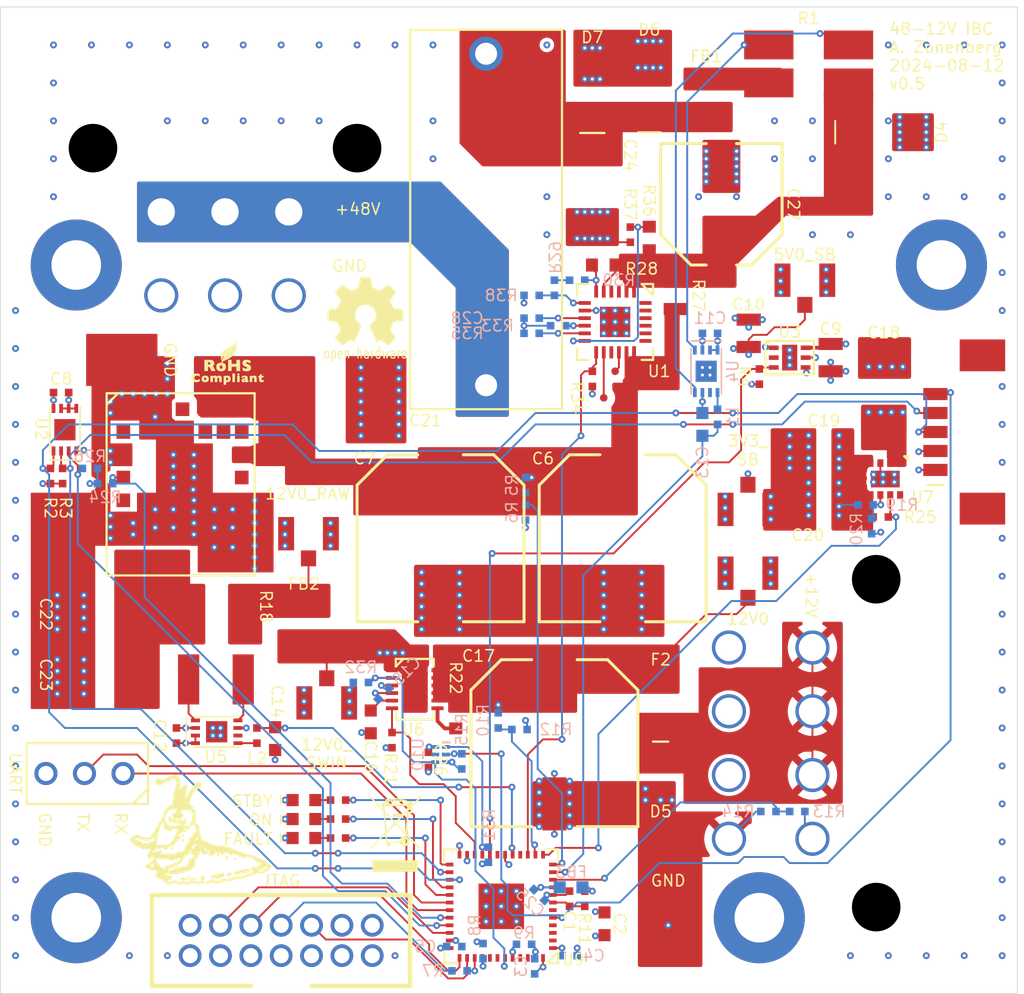
<source format=kicad_pcb>
(kicad_pcb (version 20240108) (generator "pcbnew") (generator_version "8.0")
  (layers (0 "F.Cu" signal) (1 "In1.Cu" signal) (2 "In2.Cu" signal) (31 "B.Cu" signal) (34 "B.Paste" user) (35 "F.Paste" user) (36 "B.SilkS" user "B.Silkscreen") (37 "F.SilkS" user "F.Silkscreen") (38 "B.Mask" user) (39 "F.Mask" user) (44 "Edge.Cuts" user))
  (net 0 "")
  (net 1 "/RST_N")
  (net 2 "/GND")
  (net 3 "/3V3_SB")
  (net 4 "/48V0")
  (net 5 "/12V0_SWIN")
  (net 6 "/5V0_SB")
  (net 7 "/48V_SHUNT_FILT")
  (net 8 "/12V_SHUNT_FILT")
  (net 9 "Net-(U6-SR)")
  (net 10 "/12V0")
  (net 11 "/12V0_SHIN")
  (net 12 "Net-(D1-A)")
  (net 13 "Net-(D2-A)")
  (net 14 "Net-(D3-A)")
  (net 15 "/48V_FUSED")
  (net 16 "/48V_RAW")
  (net 17 "/48V0_SHOUT")
  (net 18 "/48V_SHIN")
  (net 19 "/12V0_RAW")
  (net 23 "/JTAG_TCK")
  (net 24 "/JTAG_TMS")
  (net 25 "/JTAG_TDO")
  (net 26 "/JTAG_TDI")
  (net 28 "/I2C_SCL")
  (net 29 "/I2C_SDA")
  (net 30 "/12V0_REMOTE")
  (net 31 "/48V_SHUNT_VOUT")
  (net 32 "/12V_SHUNT_VOUT")
  (net 33 "/48V_SHUNT_P")
  (net 34 "/48V_SHUNT_N")
  (net 35 "/5V0_SB_PGOOD")
  (net 36 "/48V0_VSENSE")
  (net 37 "/JTAG_TRST")
  (net 38 "/BOOT0")
  (net 39 "/12V0_VSENSE")
  (net 40 "/12V0_REMOTE_VSENSE")
  (net 41 "/LED0")
  (net 42 "/LED1")
  (net 43 "/12V_SHUNT_P")
  (net 44 "/12V_SHUNT_N")
  (net 45 "/3V3_FB")
  (net 46 "/LOAD_PGOOD")
  (net 47 "/12V0_BLEED")
  (net 48 "/LED2")
  (net 49 "/12V0_PGOOD")
  (net 50 "/3V3_SB_PGOOD")
  (net 51 "/TEMP_ALERT")
  (net 52 "/UART_TX")
  (net 53 "/UART_RX")
  (net 57 "/A3V3")
  (net 58 "Net-(U9B-PB3)")
  (net 59 "/12V0_LOAD_EN")
  (net 64 "/12V0_OUT_EN")
  (net 65 "/12V0_OE")
  (net 66 "/C_SOFTSTART")
  (net 70 "/VUVLO")
  (net 71 "/12V0_OUT")
  (net 72 "/VOVP")
  (net 73 "Net-(R29-Pad1)")
  (net 74 "/ILIM")
  (net 75 "/48V0_IMON")
  (net 76 "/TPS_MODE")
  (net 77 "/TPS_SHDN")
  (net 78 "/48V0_GOOD")
  (net 82 "/48V0_FLT")
  (footprint "azonenberg_pcb:QFN_24_0.5MM_4x4MM" (layer "F.Cu") (at 74.5 40.75 -90)
    (property "Reference" "U1")
    (property "Value" "TPS16630" (hide yes))
  )
  (footprint "azonenberg_pcb:MECHANICAL_CLEARANCEHOLE_4_40" (layer "F.Cu") (at 84 80)
    (property "Reference" "MH3" (hide yes))
    (property "Value" "SCREWHOLE" (hide yes))
  )
  (footprint "azonenberg_pcb:CONN_U.FL_TE_1909763-1" (layer "F.Cu") (at 55.5 65.75 180)
    (property "Reference" "J8" (hide yes))
    (property "Value" "U.FL" (hide yes))
  )
  (footprint "azonenberg_pcb:EIA_0805_CAP_NOSILK" (layer "F.Cu") (at 88.7 43.1 -90)
    (property "Reference" "C9")
    (property "Value" "2.2 uF" (hide yes))
  )
  (footprint "azonenberg_pcb:EIA_0402_RES_NOSILK" (layer "F.Cu") (at 56.25 72.25)
    (property "Reference" "R16" (hide yes))
    (property "Value" "470" (hide yes))
  )
  (footprint "azonenberg_pcb:EIA_0402_RES_NOSILK" (layer "F.Cu") (at 56.25 73.5)
    (property "Reference" "R17" (hide yes))
    (property "Value" "470" (hide yes))
  )
  (footprint "azonenberg_pcb:EIA_0402_RES_NOSILK" (layer "F.Cu") (at 38.1 50.9 90)
    (property "Reference" "R3")
    (property "Value" "4.7K" (hide yes))
  )
  (footprint "azonenberg_pcb:EIA_0805_CAP_NOSILK" (layer "F.Cu") (at 83.3 41.5 90)
    (property "Reference" "C10")
    (property "Value" "2.2 uF" (hide yes))
  )
  (footprint "azonenberg_pcb:EIA_1812_CAP_NOSILK" (layer "F.Cu") (at 73 32 -90)
    (property "Reference" "C24")
    (property "Value" "GA343DR7GD472KW01L" (hide yes))
  )
  (footprint "azonenberg_pcb:EIA_0603_RES_NOSILK" (layer "F.Cu") (at 76.75 35.25 -90)
    (property "Reference" "R36")
    (property "Value" "DNP" (hide yes))
  )
  (footprint "azonenberg_pcb:EIA_0402_CAP_NOSILK" (layer "F.Cu") (at 38 45.4)
    (property "Reference" "C8")
    (property "Value" "0.47 uF" (hide yes))
  )
  (footprint "w_logo:Logo_silk_WEEE_3.4x5mm" (layer "F.Cu") (at 60 74.5)
    (property "Reference" "M4" (hide yes))
    (property "Value" "LOGO" (hide yes))
  )
  (footprint "azonenberg_pcb:TESTPOINT_SMT_KEYSTONE_5016" (layer "F.Cu") (at 78 80.5 90)
    (property "Reference" "J3" (hide yes))
    (property "Value" "GROUND" (hide yes))
  )
  (footprint "azonenberg_pcb:EIA_0603_LED" (layer "F.Cu") (at 54 74.75)
    (property "Reference" "D3" (hide yes))
    (property "Value" "RED" (hide yes))
  )
  (footprint "azonenberg_pcb:CAP_TDK_CKG57K" (layer "F.Cu") (at 56 46)
    (property "Reference" "C21")
    (property "Value" "4.7 uF 100V" (hide yes))
  )
  (footprint "azonenberg_pcb:OHMITE_LVK24" (layer "F.Cu") (at 87.25 23.75 -90)
    (property "Reference" "R1")
    (property "Value" "LVK24R025DER" (hide yes))
  )
  (footprint "azonenberg_pcb:EIA_0402_CAP_NOSILK" (layer "F.Cu") (at 50.9 68 -90)
    (property "Reference" "L2")
    (property "Value" "62 nH" (hide yes))
  )
  (footprint "azonenberg_pcb:DFN_6_0.65MM_2x2MM" (layer "F.Cu") (at 86 43.1 -90)
    (property "Reference" "U3")
    (property "Value" "TPS7A2550DRVR" (hide yes))
  )
  (footprint "azonenberg_pcb:EIA_0402_RES_NOSILK" (layer "F.Cu") (at 84 44.35 -90)
    (property "Reference" "R4")
    (property "Value" "10K" (hide yes))
  )
  (footprint "azonenberg_pcb:CONN_U.FL_TE_1909763-1" (layer "F.Cu") (at 54.3 54.8)
    (property "Reference" "J7" (hide yes))
    (property "Value" "U.FL" (hide yes))
  )
  (footprint "azonenberg_pcb:EIA_1210_CAP_NOSILK" (layer "F.Cu") (at 80.5 26 -90)
    (property "Reference" "FB1")
    (property "Value" "BLE32SN120BN1L" (hide yes))
  )
  (footprint "azonenberg_pcb:SOD128" (layer "F.Cu") (at 92 28.25)
    (property "Reference" "D4")
    (property "Value" "PTVS58VP1UP,115" (hide yes))
  )
  (footprint "azonenberg_pcb:EIA_1812_CAP_NOSILK" (layer "F.Cu") (at 41 64 180)
    (property "Reference" "C23")
    (property "Value" "22 uF 25V" (hide yes))
  )
  (footprint "azonenberg_pcb:MODULE_MURATA_MYC0409-NA" (layer "F.Cu") (at 41.25 45.7 -90)
    (property "Reference" "U8" (hide yes))
    (property "Value" "MYC0409-NA" (hide yes))
  )
  (footprint "azonenberg_pcb:MECHANICAL_CLEARANCEHOLE_4_40" (layer "F.Cu") (at 39 37)
    (property "Reference" "MH1" (hide yes))
    (property "Value" "SCREWHOLE" (hide yes))
  )
  (footprint "azonenberg_pcb:MECHANICAL_CLEARANCEHOLE_4_40" (layer "F.Cu") (at 39 80)
    (property "Reference" "MH4" (hide yes))
    (property "Value" "SCREWHOLE" (hide yes))
  )
  (footprint "azonenberg_pcb:CONN_MOLEX_MINIFITJR_6POS_0039291067" (layer "F.Cu") (at 48.8 33.5 180)
    (property "Reference" "J2" (hide yes))
    (property "Value" "MOLEX_0039291067" (hide yes))
  )
  (footprint "azonenberg_pcb:EIA_0402_CAP_NOSILK" (layer "F.Cu") (at 45.6 68 -90)
    (property "Reference" "C12")
    (property "Value" "0.47 uF" (hide yes))
  )
  (footprint "azonenberg_pcb:CAP_AL_10MM_SMT" (layer "F.Cu") (at 63 55)
    (property "Reference" "C7")
    (property "Value" "EEH-ZU1J101V" (hide yes))
  )
  (footprint "azonenberg_pcb:LONGTHING-1200DPI" (layer "F.Cu") (at 47.749031 74.579721)
    (property "Reference" "M1" (hide yes))
    (property "Value" "LOGO" (hide yes))
  )
  (footprint "azonenberg_pcb:XILINX_JTAG_PTH_MOLEX_0878311420" (layer "F.Cu") (at 52.5 81.5)
    (property "Reference" "J1" (hide yes))
    (property "Value" "XILINX_JTAG" (hide yes))
  )
  (footprint "azonenberg_pcb:TESTPOINT_SMT_0.5MM" (layer "F.Cu") (at 73.75 45.75)
    (property "Reference" "TP3" (hide yes))
    (property "Value" "TESTPOINT" (hide yes))
  )
  (footprint "azonenberg_pcb:EIA_0603_CAP_NOSILK" (layer "F.Cu") (at 58.4 67.1 -90)
    (property "Reference" "C16")
    (property "Value" "0.015 uF" (hide yes))
  )
  (footprint "azonenberg_pcb:EIA_0603_CAP_NOSILK" (layer "F.Cu") (at 73.8 80.4 -90)
    (property "Reference" "C2")
    (property "Value" "4.7 uF" (hide yes))
  )
  (footprint "azonenberg_pcb:EIA_1812_CAP_NOSILK" (layer "F.Cu") (at 41 60 180)
    (property "Reference" "C22")
    (property "Value" "22 uF 25V" (hide yes))
  )
  (footprint "azonenberg_pcb:EIA_0402_RES_NOSILK" (layer "F.Cu") (at 75.5 35 -90)
    (property "Reference" "R37")
    (property "Value" "DNP" (hide yes))
  )
  (footprint "azonenberg_pcb:EIA_0402_RES_NOSILK" (layer "F.Cu") (at 92 53.6 180)
    (property "Reference" "R25")
    (property "Value" "10K" (hide yes))
  )
  (footprint "azonenberg_pcb:EIA_0402_RES_NOSILK" (layer "F.Cu") (at 72.5 78.75 -90)
    (property "Reference" "R11")
    (property "Value" "DNP" (hide yes))
  )
  (footprint "azonenberg_pcb:CONN_U.FL_TE_1909763-1" (layer "F.Cu") (at 83.25 57.4)
    (property "Reference" "J9" (hide yes))
    (property "Value" "U.FL" (hide yes))
  )
  (footprint "azonenberg_pcb:EIA_0805_CAP_NOSILK" (layer "F.Cu") (at 78.5 39 -90)
    (property "Reference" "R27")
    (property "Value" "DNP" (hide yes))
  )
  (footprint "azonenberg_pcb:EIA_0603_RES_NOSILK" (layer "F.Cu") (at 73.75 37 180)
    (property "Reference" "R28")
    (property "Value" "806K" (hide yes))
  )
  (footprint "azonenberg_pcb:EIA_0402_RES_NOSILK" (layer "F.Cu") (at 59.8 68.3 -90)
    (property "Reference" "R21")
    (property "Value" "10K" (hide yes))
  )
  (footprint "azonenberg_pcb:FUSEHOLDER_KEYSTONE_4527" (layer "F.Cu") (at 66 34 90)
    (property "Reference" "F1" (hide yes))
    (property "Value" "5x20 2.5A" (hide yes))
  )
  (footprint "azonenberg_pcb:QFN_48_0.5MM_7x7MM" (layer "F.Cu") (at 67 79.25 180)
    (property "Reference" "U9")
    (property "Value" "STM32L431-QFN48" (hide yes))
  )
  (footprint "azonenberg_pcb:EIA_0603_LED" (layer "F.Cu") (at 54 73.5)
    (property "Reference" "D2" (hide yes))
    (property "Value" "GREEN" (hide yes))
  )
  (footprint "azonenberg_pcb:SOD128" (layer "F.Cu") (at 76.75 25.25 90)
    (property "Reference" "D6")
    (property "Value" "PTVS58VP1UP,115" (hide yes))
  )
  (footprint "w_logo:Logo_silk_OSHW_6x6mm" (layer "F.Cu") (at 58.05 40.05)
    (property "Reference" "M2" (hide yes))
    (property "Value" "LOGO" (hide yes))
  )
  (footprint "azonenberg_pcb:EIA_1210_CAP_NOSILK" (layer "F.Cu") (at 88.25 52.5 180)
    (property "Reference" "C20")
    (property "Value" "22 uF" (hide yes))
  )
  (footprint "azonenberg_pcb:TESTPOINT_SMT_KEYSTONE_5016" (layer "F.Cu") (at 42 43.25)
    (property "Reference" "J4" (hide yes))
    (property "Value" "GROUND" (hide yes))
  )
  (footprint "azonenberg_pcb:EIA_0603_RES_NOSILK" (layer "F.Cu") (at 64 66.75 90)
    (property "Reference" "R22")
    (property "Value" "470 1/4W" (hide yes))
  )
  (footprint "azonenberg_pcb:MECHANICAL_CLEARANCEHOLE_4_40" (layer "F.Cu") (at 96 37)
    (property "Reference" "MH2" (hide yes))
    (property "Value" "SCREWHOLE" (hide yes))
  )
  (footprint "azonenberg_pcb:CONN_MOLEX_PICOBLADE_5POS_0532610571" (layer "F.Cu") (at 95.6 48 -90)
    (property "Reference" "J5" (hide yes))
    (property "Value" "MOLEX_0532610571" (hide yes))
  )
  (footprint "azonenberg_pcb:EIA_1812_CAP_NOSILK" (layer "F.Cu") (at 92.2 45.2 90)
    (property "Reference" "C18")
    (property "Value" "22 uF" (hide yes))
  )
  (footprint "azonenberg_pcb:TESTPOINT_SMT_0.5MM" (layer "F.Cu") (at 74.5 44)
    (property "Reference" "TP2" (hide yes))
    (property "Value" "TESTPOINT" (hide yes))
  )
  (footprint "azonenberg_pcb:EIA_0402_RES_NOSILK" (layer "F.Cu") (at 56.25 74.75)
    (property "Reference" "R23" (hide yes))
    (property "Value" "470" (hide yes))
  )
  (footprint "azonenberg_pcb:EIA_0402_RES_NOSILK" (layer "F.Cu") (at 37.3 50.9 90)
    (property "Reference" "R2")
    (property "Value" "4.7K" (hide yes))
  )
  (footprint "w_logo:Logo_silk_ROHS_5x2.8mm" (layer "F.Cu") (at 49 43.5)
    (property "Reference" "M3" (hide yes))
    (property "Value" "LOGO" (hide yes))
  )
  (footprint "azonenberg_pcb:EIA_0603_CAP_NOSILK" (layer "F.Cu") (at 52.1 68.2 90)
    (property "Reference" "C14")
    (property "Value" "4.7 uF" (hide yes))
  )
  (footprint "azonenberg_pcb:EIA_0402_CAP_NOSILK" (layer "F.Cu") (at 71.5 78.75 90)
    (property "Reference" "C1")
    (property "Value" "0.1 uF" (hide yes))
  )
  (footprint "azonenberg_pcb:SMA" (layer "F.Cu") (at 73 25.5 90)
    (property "Reference" "D7")
    (property "Value" "ES2J-LTP" (hide yes))
  )
  (footprint "azonenberg_pcb:EIA_1210_CAP_NOSILK" (layer "F.Cu") (at 54 61 90)
    (property "Reference" "FB2")
    (property "Value" "BLE32SN120BN1L" (hide yes))
  )
  (footprint "azonenberg_pcb:CONN_U.FL_TE_1909763-1" (layer "F.Cu") (at 83.25 53 180)
    (property "Reference" "J6" (hide yes))
    (property "Value" "U.FL" (hide yes))
  )
  (footprint "azonenberg_pcb:SOD323H" (layer "F.Cu") (at 77.5 70 -90)
    (property "Reference" "D5")
    (property "Value" "CUHZ16V,H3F" (hide yes))
  )
  (footprint "azonenberg_pcb:EIA_0402_CAP_NOSILK" (layer "F.Cu") (at 62.2 69.6 -90)
    (property "Reference" "C26")
    (property "Value" "0.47 uF" (hide yes))
  )
  (footprint "azonenberg_pcb:CAP_AL_10MM_SMT" (layer "F.Cu") (at 75 55)
    (property "Reference" "C6")
    (property "Value" "EEH-ZU1J101V" (hide yes))
  )
  (footprint "azonenberg_pcb:DFN_8_0.5MM_2x3MM_TALL" (layer "F.Cu") (at 48.25 67.75 -90)
    (property "Reference" "U5")
    (property "Value" "AD8218" (hide yes))
  )
  (footprint "azonenberg_pcb:CAP_AL_6.3MM_SMT" (layer "F.Cu") (at 81.5 33 180)
    (property "Reference" "C27")
    (property "Value" "875105945001" (hide yes))
  )
  (footprint "azonenberg_pcb:MODULE_CYNTEC_MUN12AD03-SE" (layer "F.Cu") (at 92.3 51.1 -90)
    (property "Reference" "U7")
    (property "Value" "MUN12AD03-SE" (hide yes))
  )
  (footprint "azonenberg_pcb:CONN_HEADER_2.54MM_1x3" (layer "F.Cu") (at 39.54 70.5 180)
    (property "Reference" "TP1" (hide yes))
    (property "Value" "CONN_01X03" (hide yes))
  )
  (footprint "azonenberg_pcb:CAP_AL_10MM_SMT" (layer "F.Cu") (at 70.5 68.5)
    (property "Reference" "C17")
    (property "Value" "25SVPF330M" (hide yes))
  )
  (footprint "azonenberg_pcb:EIA_1206_FUSE_NOSILK" (layer "F.Cu") (at 77.5 66 -90)
    (property "Reference" "F2")
    (property "Value" "10A" (hide yes))
  )
  (footprint "azonenberg_pcb:DFN_12_0.5MM_3x3MM" (layer "F.Cu") (at 61.3 64.95 -90)
    (property "Reference" "U6")
    (property "Value" "NCP45560IMNTWG-H" (hide yes))
  )
  (footprint "azonenberg_pcb:CONN_U.FL_TE_1909763-1" (layer "F.Cu") (at 87 38.1)
    (property "Reference" "J10" (hide yes))
    (property "Value" "U.FL" (hide yes))
  )
  (footprint "azonenberg_pcb:CONN_MOLEX_MINIFITJR_8POS_0039291087" (layer "F.Cu") (at 87.5 68.5 90)
    (property "Reference" "J11" (hide yes))
    (property "Value" "MOLEX_0039291087" (hide yes))
  )
  (footprint "azonenberg_pcb:EIA_0603_LED" (layer "F.Cu") (at 54 72.25)
    (property "Reference" "D1" (hide yes))
    (property "Value" "GREEN" (hide yes))
  )
  (footprint "azonenberg_pcb:EIA_0402_RES_NOSILK" (layer "F.Cu") (at 73 44.5 -90)
    (property "Reference" "R34")
    (property "Value" "20K" (hide yes))
  )
  (footprint "azonenberg_pcb:DFN_8_0.5MM_2x3MM_TALL" (layer "F.Cu") (at 38.25 47.85)
    (property "Reference" "U2")
    (property "Value" "AT30TS74_UDFN" (hide yes))
  )
  (footprint "azonenberg_pcb:EIA_1210_CAP_NOSILK" (layer "F.Cu") (at 88.25 49.375 180)
    (property "Reference" "C19")
    (property "Value" "22 uF" (hide yes))
  )
  (footprint "azonenberg_pcb:OHMITE_LVK25" (layer "F.Cu") (at 48.2 62.15 180)
    (property "Reference" "R18")
    (property "Value" "LVK25R005FER" (hide yes))
  )
  (footprint "azonenberg_pcb:EIA_0402_RES_NOSILK" (layer "B.Cu") (at 70.75 41 180)
    (property "Reference" "R33")
    (property "Value" "9.09K" (hide yes))
  )
  (footprint "azonenberg_pcb:EIA_0402_RES_NOSILK" (layer "B.Cu") (at 91 52.8)
    (property "Reference" "R19")
    (property "Value" "100k" (hide yes))
  )
  (footprint "azonenberg_pcb:EIA_0402_RES_NOSILK" (layer "B.Cu") (at 68.2 67.6 180)
    (property "Reference" "R12")
    (property "Value" "8.06K" (hide yes))
  )
  (footprint "azonenberg_pcb:EIA_0402_RES_NOSILK" (layer "B.Cu") (at 68.6 51.5 90)
    (property "Reference" "R5")
    (property "Value" "39K" (hide yes))
  )
  (footprint "azonenberg_pcb:EIA_0603_INDUCTOR_NOSILK" (layer "B.Cu") (at 71.6 78)
    (property "Reference" "FB3")
    (property "Value" "MI0603J601R-10" (hide yes))
  )
  (footprint "azonenberg_pcb:EIA_0402_CAP_NOSILK" (layer "B.Cu") (at 59.25 65.25 -135)
    (property "Reference" "C15")
    (property "Value" "0.47 uF" (hide yes))
  )
  (footprint "azonenberg_pcb:EIA_0402_RES_NOSILK" (layer "B.Cu") (at 72 38 180)
    (property "Reference" "R30")
    (property "Value" "6.49K" (hide yes))
  )
  (footprint "azonenberg_pcb:EIA_0402_RES_NOSILK" (layer "B.Cu") (at 69 39 180)
    (property "Reference" "R38")
    (property "Value" "17.8K" (hide yes))
  )
  (footprint "azonenberg_pcb:DFN_6_0.5MM_1.4x1.00MM_NXP_X2-DFN1410-6" (layer "B.Cu") (at 63 69.25 -90)
    (property "Reference" "U10")
    (property "Value" "74LVC1G08" (hide yes))
  )
  (footprint "azonenberg_pcb:EIA_0402_RES_NOSILK" (layer "B.Cu") (at 84.6 73)
    (property "Reference" "R14")
    (property "Value" "8.06K" (hide yes))
  )
  (footprint "azonenberg_pcb:EIA_0402_CAP_NOSILK" (layer "B.Cu") (at 81.25 47 90)
    (property "Reference" "L1")
    (property "Value" "62 nH" (hide yes))
  )
  (footprint "azonenberg_pcb:EIA_0402_CAP_NOSILK" (layer "B.Cu") (at 71.5 82.5)
    (property "Reference" "C4")
    (property "Value" "0.47 uF" (hide yes))
  )
  (footprint "azonenberg_pcb:EIA_0402_CAP_NOSILK" (layer "B.Cu") (at 69.2 83.2 90)
    (property "Reference" "C3")
    (property "Value" "0.47 uF" (hide yes))
  )
  (footprint "azonenberg_pcb:EIA_0603_CAP_NOSILK" (layer "B.Cu") (at 80.25 47.5 -90)
    (property "Reference" "C13")
    (property "Value" "4.7 uF" (hide yes))
  )
  (footprint "azonenberg_pcb:EIA_0402_RES_NOSILK" (layer "B.Cu") (at 69 41.5 180)
    (property "Reference" "R35")
    (property "Value" "DNP" (hide yes))
  )
  (footprint "azonenberg_pcb:EIA_0402_RES_NOSILK" (layer "B.Cu") (at 86.499999 73)
    (property "Reference" "R13")
    (property "Value" "33K" (hide yes))
  )
  (footprint "azonenberg_pcb:EIA_0402_RES_NOSILK" (layer "B.Cu") (at 68.5 81.75 180)
    (property "Reference" "R9")
    (property "Value" "1K" (hide yes))
  )
  (footprint "azonenberg_pcb:EIA_0402_RES_NOSILK" (layer "B.Cu") (at 40.9 51.4 180)
    (property "Reference" "R24")
    (property "Value" "10K" (hide yes))
  )
  (footprint "azonenberg_pcb:EIA_0402_CAP_NOSILK" (layer "B.Cu") (at 63.9 81.9)
    (property "Reference" "C5")
    (property "Value" "0.47 uF" (hide yes))
  )
  (footprint "azonenberg_pcb:EIA_0402_CAP_NOSILK" (layer "B.Cu") (at 69.5 78.5 -45)
    (property "Reference" "C25")
    (property "Value" "0.47 uF" (hide yes))
  )
  (footprint "azonenberg_pcb:EIA_0402_RES_NOSILK" (layer "B.Cu") (at 64.25 83.5)
    (property "Reference" "R7")
    (property "Value" "33" (hide yes))
  )
  (footprint "azonenberg_pcb:EIA_0402_RES_NOSILK" (layer "B.Cu") (at 64.4 69.7 90)
    (property "Reference" "R15")
    (property "Value" "10K" (hide yes))
  )
  (footprint "azonenberg_pcb:EIA_0402_CAP_NOSILK" (layer "B.Cu") (at 80.75 41.5)
    (property "Reference" "C11")
    (property "Value" "0.47 uF" (hide yes))
  )
  (footprint "azonenberg_pcb:EIA_0402_RES_NOSILK" (layer "B.Cu") (at 39.9 50.4 180)
    (property "Reference" "R26")
    (property "Value" "10K" (hide yes))
  )
  (footprint "azonenberg_pcb:EIA_0402_RES_NOSILK" (layer "B.Cu") (at 91.4 54.2 -90)
    (property "Reference" "R20")
    (property "Value" "22.1k" (hide yes))
  )
  (footprint "azonenberg_pcb:EIA_0402_RES_NOSILK" (layer "B.Cu") (at 57.75 64.5 180)
    (property "Reference" "R32")
    (property "Value" "1K" (hide yes))
  )
  (footprint "azonenberg_pcb:EIA_0402_RES_NOSILK" (layer "B.Cu") (at 68.6 53.3 90)
    (property "Reference" "R6")
    (property "Value" "1.33K" (hide yes))
  )
  (footprint "azonenberg_pcb:DFN_8_0.5MM_2x3MM_TALL" (layer "B.Cu") (at 80.5 44)
    (property "Reference" "U4")
    (property "Value" "AD8218" (hide yes))
  )
  (footprint "azonenberg_pcb:EIA_0402_RES_NOSILK" (layer "B.Cu") (at 65.8 82.2 -90)
    (property "Reference" "R8")
    (property "Value" "1K" (hide yes))
  )
  (footprint "azonenberg_pcb:EIA_0402_RES_NOSILK" (layer "B.Cu") (at 66.8 67 90)
    (property "Reference" "R10")
    (property "Value" "33K" (hide yes))
  )
  (footprint "azonenberg_pcb:EIA_0402_RES_NOSILK" (layer "B.Cu") (at 66.15 75.85 90)
    (property "Reference" "R31")
    (property "Value" "10K" (hide yes))
  )
  (footprint "azonenberg_pcb:EIA_0402_CAP_NOSILK" (layer "B.Cu") (at 69 40.5 180)
    (property "Reference" "C28")
    (property "Value" "10 nF" (hide yes))
  )
  (footprint "azonenberg_pcb:EIA_0402_RES_NOSILK" (layer "B.Cu") (at 70.5 38.5 -90)
    (property "Reference" "R29")
    (property "Value" "620" (hide yes))
  )
  (gr_line (start 101 20) (end 34 20) (stroke (width 0.05)) (layer "Edge.Cuts"))
  (gr_line (start 34 20) (end 34 85) (stroke (width 0.05)) (layer "Edge.Cuts"))
  (gr_line (start 101 85) (end 101 20) (stroke (width 0.05)) (layer "Edge.Cuts"))
  (gr_line (start 34 85) (end 101 85) (stroke (width 0.05)) (layer "Edge.Cuts"))
  (gr_text "FAULT" (at 52 75.25 0) (layer "F.SilkS") (effects (font (size 0.75 0.75) (thickness 0.1)) (justify right bottom)))
  (gr_text "TX" (at 39 73 270) (layer "F.SilkS") (effects (font (size 0.75 0.75) (thickness 0.1)) (justify left bottom)))
  (gr_text "48-12V IBC\nA. Zonenberg\n2024-08-12\nv0.5" (at 92.5 25.5 0) (layer "F.SilkS") (effects (font (size 0.75 0.75) (thickness 0.1)) (justify left bottom)))
  (gr_text "STBY" (at 52 72.75 0) (layer "F.SilkS") (effects (font (size 0.75 0.75) (thickness 0.1)) (justify right bottom)))
  (gr_text "GND" (at 36.5 73 270) (layer "F.SilkS") (effects (font (size 0.75 0.75) (thickness 0.1)) (justify left bottom)))
  (gr_text "12V0" (at 83.25 60.75 0) (layer "F.SilkS") (effects (font (size 0.75 0.75) (thickness 0.1)) (justify bottom)))
  (gr_text "3V3_\nSB" (at 83.25 50.25 0) (layer "F.SilkS") (effects (font (size 0.75 0.75) (thickness 0.1)) (justify bottom)))
  (gr_text "+12V" (at 87 58.75 -90) (layer "F.SilkS") (effects (font (size 0.75 0.75) (thickness 0.1)) (justify bottom)))
  (gr_text "GND" (at 78 78 0) (layer "F.SilkS") (effects (font (size 0.75 0.75) (thickness 0.1)) (justify bottom)))
  (gr_text "+48V" (at 57.55 33.75 0) (layer "F.SilkS") (effects (font (size 0.75 0.75) (thickness 0.1)) (justify bottom)))
  (gr_text "GND" (at 44.75 43.25 -90) (layer "F.SilkS") (effects (font (size 0.75 0.75) (thickness 0.1)) (justify bottom)))
  (gr_text "JTAG" (at 52.5 78 0) (layer "F.SilkS") (effects (font (size 0.75 0.75) (thickness 0.1)) (justify bottom)))
  (gr_text "GND" (at 57 37.5 0) (layer "F.SilkS") (effects (font (size 0.75 0.75) (thickness 0.1)) (justify bottom)))
  (gr_text "ON" (at 52 74 0) (layer "F.SilkS") (effects (font (size 0.75 0.75) (thickness 0.1)) (justify right bottom)))
  (gr_text "RX" (at 41.5 73 270) (layer "F.SilkS") (effects (font (size 0.75 0.75) (thickness 0.1)) (justify left bottom)))
  (gr_text "5V0_SB" (at 87 36.75 0) (layer "F.SilkS") (effects (font (size 0.75 0.75) (thickness 0.1)) (justify bottom)))
  (gr_text "12V0_RAW" (at 54.25 52.5 0) (layer "F.SilkS") (effects (font (size 0.75 0.75) (thickness 0.1)) (justify bottom)))
  (gr_text "12V0_\nSWIN" (at 55.5 70.25 0) (layer "F.SilkS") (effects (font (size 0.75 0.75) (thickness 0.1)) (justify bottom)))
  (gr_text "UART" (at 34.54 70.5 -90) (layer "F.SilkS") (effects (font (size 0.75 0.75) (thickness 0.1)) (justify bottom)))
  (segment (start 70.4 79) (end 71.250001 79) (width 0.125) (layer "F.Cu") (net 1))
  (segment (start 71.5 79.249999) (end 72.5 79.249999) (width 0.125) (layer "F.Cu") (net 1))
  (segment (start 71.250001 79) (end 71.5 79.249999) (width 0.125) (layer "F.Cu") (net 1))
  (segment (start 88.7 43.4) (end 88.7 44) (width 0.125) (layer "F.Cu") (net 2))
  (segment (start 73 34.35) (end 73 33.5) (width 0.125) (layer "F.Cu") (net 2))
  (segment (start 74.9 59.5) (end 73.75 59.5) (width 0.125) (layer "F.Cu") (net 2))
  (segment (start 73 23.75) (end 73 22.7) (width 0.25) (layer "F.Cu") (net 2))
  (segment (start 83.3 40.6) (end 82.4 40.6) (width 0.125) (layer "F.Cu") (net 2))
  (segment (start 83.3 40.6) (end 84.2 40.6) (width 0.125) (layer "F.Cu") (net 2))
  (segment (start 64.75 75.85) (end 64.75 76.25) (width 0.125) (layer "F.Cu") (net 2))
  (segment (start 53.25 73.5) (end 52.75 73.5) (width 0.125) (layer "F.Cu") (net 2))
  (segment (start 72.500001 40) (end 72.5 39.999999) (width 0.125) (layer "F.Cu") (net 2))
  (segment (start 81.5 30.5) (end 80.5 30.5) (width 0.25) (layer "F.Cu") (net 2))
  (segment (start 69.5 72.5) (end 70.5 72.5) (width 0.125) (layer "F.Cu") (net 2))
  (segment (start 46.199999 68.499999) (end 46.2 68.5) (width 0.125) (layer "F.Cu") (net 2))
  (segment (start 69.25 82.65) (end 69.25 82.25) (width 0.125) (layer "F.Cu") (net 2))
  (segment (start 49.65 67.5) (end 50.2 67.5) (width 0.125) (layer "F.Cu") (net 2))
  (segment (start 75.5 35.499999) (end 74.249999 35.499999) (width 0.125) (layer "F.Cu") (net 2))
  (segment (start 70.5 72.5) (end 71.5 72.5) (width 0.125) (layer "F.Cu") (net 2))
  (segment (start 70.5 70.5) (end 70.5 72.5) (width 0.125) (layer "F.Cu") (net 2))
  (segment (start 45.6 68.499999) (end 46.199999 68.499999) (width 0.125) (layer "F.Cu") (net 2))
  (segment (start 45.4 51) (end 44.8 51) (width 0.125) (layer "F.Cu") (net 2))
  (segment (start 73.8 81.15) (end 73.25 81.15) (width 0.125) (layer "F.Cu") (net 2))
  (segment (start 45.4 49.5) (end 44.8 49.5) (width 0.125) (layer "F.Cu") (net 2))
  (segment (start 87.05 43.1) (end 87.7 43.1) (width 0.125) (layer "F.Cu") (net 2))
  (segment (start 94.550001 49.249999) (end 94.5 49.3) (width 0.125) (layer "F.Cu") (net 2))
  (segment (start 71.250001 78.5) (end 71.5 78.250001) (width 0.125) (layer "F.Cu") (net 2))
  (segment (start 59.8 65.2) (end 58.7 65.2) (width 0.125) (layer "F.Cu") (net 2))
  (segment (start 63.6 81.5) (end 64 81.5) (width 0.125) (layer "F.Cu") (net 2))
  (segment (start 70.4 78.5) (end 71.250001 78.5) (width 0.125) (layer "F.Cu") (net 2))
  (segment (start 58.4 67.85) (end 57.85 67.85) (width 0.125) (layer "F.Cu") (net 2))
  (segment (start 95.6 49.249999) (end 94.550001 49.249999) (width 0.125) (layer "F.Cu") (net 2))
  (segment (start 91.975 50.05) (end 91.975 50.625) (width 0.125) (layer "F.Cu") (net 2))
  (segment (start 94.2 28.25) (end 95 28.25) (width 0.125) (layer "F.Cu") (net 2))
  (segment (start 88.7 44) (end 88.7 44.6) (width 0.125) (layer "F.Cu") (net 2))
  (segment (start 62.2 70.099999) (end 62.2 70.4) (width 0.125) (layer "F.Cu") (net 2))
  (segment (start 88.7 44) (end 89.7 44) (width 0.125) (layer "F.Cu") (net 2))
  (segment (start 70.4 78.5) (end 70 78.5) (width 0.125) (layer "F.Cu") (net 2))
  (segment (start 73.25 81.15) (end 73.2 81.2) (width 0.125) (layer "F.Cu") (net 2))
  (segment (start 53.25 74.75) (end 52.75 74.75) (width 0.125) (layer "F.Cu") (net 2))
  (segment (start 74.249999 35.499999) (end 74 35.25) (width 0.125) (layer "F.Cu") (net 2))
  (segment (start 46.2 68.5) (end 46.849999 68.5) (width 0.125) (layer "F.Cu") (net 2))
  (segment (start 46 49.5) (end 45.4 49.5) (width 0.125) (layer "F.Cu") (net 2))
  (segment (start 62.9 59.5) (end 64.25 59.5) (width 0.125) (layer "F.Cu") (net 2))
  (segment (start 73 44.999999) (end 73 45.5) (width 0.125) (layer "F.Cu") (net 2))
  (segment (start 46.85 68) (end 46.85 68.500001) (width 0.125) (layer "F.Cu") (net 2))
  (segment (start 73.25 40) (end 72.500001 40) (width 0.125) (layer "F.Cu") (net 2))
  (segment (start 39 49.25) (end 39.45 49.25) (width 0.125) (layer "F.Cu") (net 2))
  (segment (start 83.3 40.6) (end 83.3 41.1) (width 0.125) (layer "F.Cu") (net 2))
  (segment (start 39.45 49.25) (end 39.5 49.2) (width 0.125) (layer "F.Cu") (net 2))
  (segment (start 57.85 67.85) (end 57.8 67.8) (width 0.125) (layer "F.Cu") (net 2))
  (segment (start 74.9 59.5) (end 76.25 59.5) (width 0.125) (layer "F.Cu") (net 2))
  (segment (start 58.9 46) (end 57.75 46) (width 0.125) (layer "F.Cu") (net 2))
  (segment (start 38.5 45.4) (end 38.5 45.9) (width 0.125) (layer "F.Cu") (net 2))
  (segment (start 53.25 72.25) (end 52.75 72.25) (width 0.125) (layer "F.Cu") (net 2))
  (segment (start 38.5 46.45) (end 38.5 45.9) (width 0.125) (layer "F.Cu") (net 2))
  (segment (start 46 51) (end 45.4 51) (width 0.125) (layer "F.Cu") (net 2))
  (segment (start 62.9 59.5) (end 61.75 59.5) (width 0.125) (layer "F.Cu") (net 2))
  (segment (start 52.1 68.95) (end 52.1 69.6) (width 0.125) (layer "F.Cu") (net 2))
  (segment (start 58.9 46) (end 60.25 46) (width 0.125) (layer "F.Cu") (net 2))
  (segment (start 70.5 74.5) (end 70.5 72.5) (width 0.125) (layer "F.Cu") (net 2))
  (segment (start 38 46.45) (end 39 46.45) (width 0.125) (layer "F.Cu") (net 2))
  (via (at 95 28.75) (size 0.45) (drill 0.2) (layers "F.Cu" "B.Cu") (net 2))
  (via (at 37.75 61) (size 0.45) (drill 0.2) (layers "F.Cu" "B.Cu") (net 2))
  (via (at 60 22.5) (size 0.45) (drill 0.2) (layers "F.Cu" "B.Cu") (net 2))
  (via (at 91.525 51.3) (size 0.45) (drill 0.2) (layers "F.Cu" "B.Cu") (net 2))
  (via (at 42.5 82.5) (size 0.45) (drill 0.2) (layers "F.Cu" "B.Cu") (net 2))
  (via (at 92.15 51.299999) (size 0.45) (drill 0.2) (layers "F.Cu" "B.Cu") (net 2))
  (via (at 46.75 54) (size 0.45) (drill 0.2) (layers "F.Cu" "B.Cu") (net 2))
  (via (at 52.5 22.5) (size 0.45) (drill 0.2) (layers "F.Cu" "B.Cu") (net 2))
  (via (at 64.25 61) (size 0.45) (drill 0.2) (layers "F.Cu" "B.Cu") (net 2))
  (via (at 37.75 63.75) (size 0.45) (drill 0.2) (layers "F.Cu" "B.Cu") (net 2))
  (via (at 75.25 41.5) (size 0.45) (drill 0.2) (layers "F.Cu" "B.Cu") (net 2))
  (via (at 69.5 74) (size 0.45) (drill 0.2) (layers "F.Cu" "B.Cu") (net 2))
  (via (at 70.5 70.5) (size 0.45) (drill 0.2) (layers "F.Cu" "B.Cu") (net 2))
  (via (at 35 45) (size 0.45) (drill 0.2) (layers "F.Cu" "B.Cu") (net 2))
  (via (at 67 78.25) (size 0.45) (drill 0.2) (layers "F.Cu" "B.Cu") (net 2))
  (via (at 82.5 31.5) (size 0.45) (drill 0.2) (layers "F.Cu" "B.Cu") (net 2))
  (via (at 87.25 48.225) (size 0.45) (drill 0.2) (layers "F.Cu" "B.Cu") (net 2))
  (via (at 58.7 65.2) (size 0.45) (drill 0.2) (layers "F.Cu" "B.Cu") (net 2))
  (via (at 42.75 54.75) (size 0.45) (drill 0.2) (layers "F.Cu" "B.Cu") (net 2))
  (via (at 88.4 38.8) (size 0.45) (drill 0.2) (layers "F.Cu" "B.Cu") (net 2))
  (via (at 55 22.5) (size 0.45) (drill 0.2) (layers "F.Cu" "B.Cu") (net 2))
  (via (at 50.75 52.5) (size 0.45) (drill 0.2) (layers "F.Cu" "B.Cu") (net 2))
  (via (at 70 35) (size 0.45) (drill 0.2) (layers "F.Cu" "B.Cu") (net 2))
  (via (at 41.25 54.25) (size 0.45) (drill 0.2) (layers "F.Cu" "B.Cu") (net 2))
  (via (at 72.5 24.75) (size 0.45) (drill 0.2) (layers "F.Cu" "B.Cu") (net 2))
  (via (at 88.4 37.3) (size 0.45) (drill 0.2) (layers "F.Cu" "B.Cu") (net 2))
  (via (at 61.75 59.5) (size 0.45) (drill 0.2) (layers "F.Cu" "B.Cu") (net 2))
  (via (at 73.75 41.5) (size 0.45) (drill 0.2) (layers "F.Cu" "B.Cu") (net 2))
  (via (at 68.6 67) (size 0.45) (drill 0.2) (layers "F.Cu" "B.Cu") (net 2))
  (via (at 60.25 46) (size 0.45) (drill 0.2) (layers "F.Cu" "B.Cu") (net 2))
  (via (at 73.75 40.75) (size 0.45) (drill 0.2) (layers "F.Cu" "B.Cu") (net 2))
  (via (at 60.25 47.5) (size 0.45) (drill 0.2) (layers "F.Cu" "B.Cu") (net 2))
  (via (at 74 35.25) (size 0.45) (drill 0.2) (layers "F.Cu" "B.Cu") (net 2))
  (via (at 57.75 46.75) (size 0.45) (drill 0.2) (layers "F.Cu" "B.Cu") (net 2))
  (via (at 75.25 40.75) (size 0.45) (drill 0.2) (layers "F.Cu" "B.Cu") (net 2))
  (via (at 100 62.5) (size 0.45) (drill 0.2) (layers "F.Cu" "B.Cu") (net 2))
  (via (at 67 79.25) (size 0.45) (drill 0.2) (layers "F.Cu" "B.Cu") (net 2))
  (via (at 100 22.5) (size 0.45) (drill 0.2) (layers "F.Cu" "B.Cu") (net 2))
  (via (at 50.75 53.25) (size 0.45) (drill 0.2) (layers "F.Cu" "B.Cu") (net 2))
  (via (at 73 22.7) (size 0.45) (drill 0.2) (layers "F.Cu" "B.Cu") (net 2))
  (via (at 46.75 49.5) (size 0.45) (drill 0.2) (layers "F.Cu" "B.Cu") (net 2))
  (via (at 100 75) (size 0.45) (drill 0.2) (layers "F.Cu" "B.Cu") (net 2))
  (via (at 77.5 24) (size 0.45) (drill 0.2) (layers "F.Cu" "B.Cu") (net 2))
  (via (at 93.25 28.75) (size 0.45) (drill 0.2) (layers "F.Cu" "B.Cu") (net 2))
  (via (at 80 32.5) (size 0.45) (drill 0.2) (layers "F.Cu" "B.Cu") (net 2))
  (via (at 100 45) (size 0.45) (drill 0.2) (layers "F.Cu" "B.Cu") (net 2))
  (via (at 73.5 24.75) (size 0.45) (drill 0.2) (layers "F.Cu" "B.Cu") (net 2))
  (via (at 87.25 52.1) (size 0.45) (drill 0.2) (layers "F.Cu" "B.Cu") (net 2))
  (via (at 100 82.5) (size 0.45) (drill 0.2) (layers "F.Cu" "B.Cu") (net 2))
  (via (at 38.5 45.9) (size 0.45) (drill 0.2) (layers "F.Cu" "B.Cu") (net 2))
  (via (at 100 47.5) (size 0.45) (drill 0.2) (layers "F.Cu" "B.Cu") (net 2))
  (via (at 94.5 49.3) (size 0.45) (drill 0.2) (layers "F.Cu" "B.Cu") (net 2))
  (via (at 69.5 72.5) (size 0.45) (drill 0.2) (layers "F.Cu" "B.Cu") (net 2))
  (via (at 52.75 55.5) (size 0.45) (drill 0.2) (layers "F.Cu" "B.Cu") (net 2))
  (via (at 87.25 51.35) (size 0.45) (drill 0.2) (layers "F.Cu" "B.Cu") (net 2))
  (via (at 92 54.6) (size 0.45) (drill 0.2) (layers "F.Cu" "B.Cu") (net 2))
  (via (at 49.3 53.1) (size 0.45) (drill 0.2) (layers "F.Cu" "B.Cu") (net 2))
  (via (at 87.25 50.375) (size 0.45) (drill 0.2) (layers "F.Cu" "B.Cu") (net 2))
  (via (at 77 22.25) (size 0.45) (drill 0.2) (layers "F.Cu" "B.Cu") (net 2))
  (via (at 81.75 53) (size 0.45) (drill 0.2) (layers "F.Cu" "B.Cu") (net 2))
  (via (at 50 27.5) (size 0.45) (drill 0.2) (layers "F.Cu" "B.Cu") (net 2))
  (via (at 71.5 72.5) (size 0.45) (drill 0.2) (layers "F.Cu" "B.Cu") (net 2))
  (via (at 48.1 53.1) (size 0.45) (drill 0.2) (layers "F.Cu" "B.Cu") (net 2))
  (via (at 37.5 32.5) (size 0.45) (drill 0.2) (layers "F.Cu" "B.Cu") (net 2))
  (via (at 70 32.5) (size 0.45) (drill 0.2) (layers "F.Cu" "B.Cu") (net 2))
  (via (at 44.2 47) (size 0.45) (drill 0.2) (layers "F.Cu" "B.Cu") (net 2))
  (via (at 86 43.6) (size 0.45) (drill 0.2) (layers "F.Cu" "B.Cu") (net 2))
  (via (at 92.5 32.5) (size 0.45) (drill 0.2) (layers "F.Cu" "B.Cu") (net 2))
  (via (at 86 48.225) (size 0.45) (drill 0.2) (layers "F.Cu" "B.Cu") (net 2))
  (via (at 35 47.5) (size 0.45) (drill 0.2) (layers "F.Cu" "B.Cu") (net 2))
  (via (at 57.75 46) (size 0.45) (drill 0.2) (layers "F.Cu" "B.Cu") (net 2))
  (via (at 45.4 50.25) (size 0.45) (drill 0.2) (layers "F.Cu" "B.Cu") (net 2))
  (via (at 52.75 54) (size 0.45) (drill 0.2) (layers "F.Cu" "B.Cu") (net 2))
  (via (at 84.75 56.5) (size 0.45) (drill 0.2) (layers "F.Cu" "B.Cu") (net 2))
  (via (at 39.5 58.75) (size 0.45) (drill 0.2) (layers "F.Cu" "B.Cu") (net 2))
  (via (at 48.5 67.5) (size 0.45) (drill 0.2) (layers "F.Cu" "B.Cu") (net 2))
  (via (at 45 82.5) (size 0.45) (drill 0.2) (layers "F.Cu" "B.Cu") (net 2))
  (via (at 37.75 59.5) (size 0.45) (drill 0.2) (layers "F.Cu" "B.Cu") (net 2))
  (via (at 82.4 40.5) (size 0.45) (drill 0.2) (layers "F.Cu" "B.Cu") (net 2))
  (via (at 95 27.25) (size 0.45) (drill 0.2) (layers "F.Cu" "B.Cu") (net 2))
  (via (at 81.75 57.25) (size 0.45) (drill 0.2) (layers "F.Cu" "B.Cu") (net 2))
  (via (at 49.3 55.6) (size 0.45) (drill 0.2) (layers "F.Cu" "B.Cu") (net 2))
  (via (at 87.25 53.5) (size 0.45) (drill 0.2) (layers "F.Cu" "B.Cu") (net 2))
  (via (at 80.25 43.75) (size 0.45) (drill 0.2) (layers "F.Cu" "B.Cu") (net 2))
  (via (at 57 66.5) (size 0.45) (drill 0.2) (layers "F.Cu" "B.Cu") (net 2))
  (via (at 95 27.75) (size 0.45) (drill 0.2) (layers "F.Cu" "B.Cu") (net 2))
  (via (at 45.4 49.5) (size 0.45) (drill 0.2) (layers "F.Cu" "B.Cu") (net 2))
  (via (at 62.5 27.5) (size 0.45) (drill 0.2) (layers "F.Cu" "B.Cu") (net 2))
  (via (at 68.5 39.5) (size 0.45) (drill 0.2) (layers "F.Cu" "B.Cu") (net 2))
  (via (at 87.25 48.975) (size 0.45) (drill 0.2) (layers "F.Cu" "B.Cu") (net 2))
  (via (at 69.25 82.25) (size 0.45) (drill 0.2) (layers "F.Cu" "B.Cu") (net 2))
  (via (at 77.5 22.25) (size 0.45) (drill 0.2) (layers "F.Cu" "B.Cu") (net 2))
  (via (at 100 77.5) (size 0.45) (drill 0.2) (layers "F.Cu" "B.Cu") (net 2))
  (via (at 52.75 72.25) (size 0.45) (drill 0.2) (layers "F.Cu" "B.Cu") (net 2))
  (via (at 80.5 30) (size 0.45) (drill 0.2) (layers "F.Cu" "B.Cu") (net 2))
  (via (at 84.75 58) (size 0.45) (drill 0.2) (layers "F.Cu" "B.Cu") (net 2))
  (via (at 84.75 57.25) (size 0.45) (drill 0.2) (layers "F.Cu" "B.Cu") (net 2))
  (via (at 37.75 65.25) (size 0.45) (drill 0.2) (layers "F.Cu" "B.Cu") (net 2))
  (via (at 73 24.75) (size 0.45) (drill 0.2) (layers "F.Cu" "B.Cu") (net 2))
  (via (at 74 33.5) (size 0.45) (drill 0.2) (layers "F.Cu" "B.Cu") (net 2))
  (via (at 76.5 71.5) (size 0.45) (drill 0.2) (layers "F.Cu" "B.Cu") (net 2))
  (via (at 80.5 29.5) (size 0.45) (drill 0.2) (layers "F.Cu" "B.Cu") (net 2))
  (via (at 37.75 60.25) (size 0.45) (drill 0.2) (layers "F.Cu" "B.Cu") (net 2))
  (via (at 73 45.5) (size 0.45) (drill 0.2) (layers "F.Cu" "B.Cu") (net 2))
  (via (at 45 22.5) (size 0.45) (drill 0.2) (layers "F.Cu" "B.Cu") (net 2))
  (via (at 39.5 65.25) (size 0.45) (drill 0.2) (layers "F.Cu" "B.Cu") (net 2))
  (via (at 46.75 53.25) (size 0.45) (drill 0.2) (layers "F.Cu" "B.Cu") (net 2))
  (via (at 71.5 71) (size 0.45) (drill 0.2) (layers "F.Cu" "B.Cu") (net 2))
  (via (at 100 57.5) (size 0.45) (drill 0.2) (layers "F.Cu" "B.Cu") (net 2))
  (via (at 46.2 68.5) (size 0.45) (drill 0.2) (layers "F.Cu" "B.Cu") (net 2))
  (via (at 37.5 22.5) (size 0.45) (drill 0.2) (layers "F.Cu" "B.Cu") (net 2))
  (via (at 100 80) (size 0.45) (drill 0.2) (layers "F.Cu" "B.Cu") (net 2))
  (via (at 52.5 27.5) (size 0.45) (drill 0.2) (layers "F.Cu" "B.Cu") (net 2))
  (via (at 37.5 27.5) (size 0.45) (drill 0.2) (layers "F.Cu" "B.Cu") (net 2))
  (via (at 73 33.5) (size 0.45) (drill 0.2) (layers "F.Cu" "B.Cu") (net 2))
  (via (at 54 65) (size 0.45) (drill 0.2) (layers "F.Cu" "B.Cu") (net 2))
  (via (at 72 35.25) (size 0.45) (drill 0.2) (layers "F.Cu" "B.Cu") (net 2))
  (via (at 100 30) (size 0.45) (drill 0.2) (layers "F.Cu" "B.Cu") (net 2))
  (via (at 57.8 67.8) (size 0.45) (drill 0.2) (layers "F.Cu" "B.Cu") (net 2))
  (via (at 35 42.5) (size 0.45) (drill 0.2) (layers "F.Cu" "B.Cu") (net 2))
  (via (at 60.25 44.5) (size 0.45) (drill 0.2) (layers "F.Cu" "B.Cu") (net 2))
  (via (at 61.75 57.25) (size 0.45) (drill 0.2) (layers "F.Cu" "B.Cu") (net 2))
  (via (at 88.4 38.05) (size 0.45) (drill 0.2) (layers "F.Cu" "B.Cu") (net 2))
  (via (at 73.75 61) (size 0.45) (drill 0.2) (layers "F.Cu" "B.Cu") (net 2))
  (via (at 82.5 29.5) (size 0.45) (drill 0.2) (layers "F.Cu" "B.Cu") (net 2))
  (via (at 49.3 54.3) (size 0.45) (drill 0.2) (layers "F.Cu" "B.Cu") (net 2))
  (via (at 46.7 51.8) (size 0.45) (drill 0.2) (layers "F.Cu" "B.Cu") (net 2))
  (via (at 84.2 40.6) (size 0.45) (drill 0.2) (layers "F.Cu" "B.Cu") (net 2))
  (via (at 45.4 53.1) (size 0.45) (drill 0.2) (layers "F.Cu" "B.Cu") (net 2))
  (via (at 45 27.5) (size 0.45) (drill 0.2) (layers "F.Cu" "B.Cu") (net 2))
  (via (at 68 79.25) (size 0.45) (drill 0.2) (layers "F.Cu" "B.Cu") (net 2))
  (via (at 76.5 72.25) (size 0.45) (drill 0.2) (layers "F.Cu" "B.Cu") (net 2))
  (via (at 61.75 58.75) (size 0.45) (drill 0.2) (layers "F.Cu" "B.Cu") (net 2))
  (via (at 76.25 59.5) (size 0.45) (drill 0.2) (layers "F.Cu" "B.Cu") (net 2))
  (via (at 35 57.5) (size 0.45) (drill 0.2) (layers "F.Cu" "B.Cu") (net 2))
  (via (at 60 82.5) (size 0.45) (drill 0.2) (layers "F.Cu" "B.Cu") (net 2))
  (via (at 80.25 44.25) (size 0.45) (drill 0.2) (layers "F.Cu" "B.Cu") (net 2))
  (via (at 44.2 53.1) (size 0.45) (drill 0.2) (layers "F.Cu" "B.Cu") (net 2))
  (via (at 66 78.25) (size 0.45) (drill 0.2) (layers "F.Cu" "B.Cu") (net 2))
  (via (at 100 40) (size 0.45) (drill 0.2) (layers "F.Cu" "B.Cu") (net 2))
  (via (at 39.5 63.75) (size 0.45) (drill 0.2) (layers "F.Cu" "B.Cu") (net 2))
  (via (at 41.25 46) (size 0.45) (drill 0.2) (layers "F.Cu" "B.Cu") (net 2))
  (via (at 73 35.25) (size 0.45) (drill 0.2) (layers "F.Cu" "B.Cu") (net 2))
  (via (at 61.75 58) (size 0.45) (drill 0.2) (layers "F.Cu" "B.Cu") (net 2))
  (via (at 92.75 43.7) (size 0.45) (drill 0.2) (layers "F.Cu" "B.Cu") (net 2))
  (via (at 68.500001 41) (size 0.45) (drill 0.2) (layers "F.Cu" "B.Cu") (net 2))
  (via (at 80.5 30.5) (size 0.45) (drill 0.2) (layers "F.Cu" "B.Cu") (net 2))
  (via (at 92.15 50.8) (size 0.45) (drill 0.2) (layers "F.Cu" "B.Cu") (net 2))
  (via (at 46.75 51) (size 0.45) (drill 0.2) (layers "F.Cu" "B.Cu") (net 2))
  (via (at 45.4 54.3) (size 0.45) (drill 0.2) (layers "F.Cu" "B.Cu") (net 2))
  (via (at 60.25 45.25) (size 0.45) (drill 0.2) (layers "F.Cu" "B.Cu") (net 2))
  (via (at 57.5 22.5) (size 0.45) (drill 0.2) (layers "F.Cu" "B.Cu") (net 2))
  (via (at 35 40) (size 0.45) (drill 0.2) (layers "F.Cu" "B.Cu") (net 2))
  (via (at 74.5 40.75) (size 0.45) (drill 0.2) (layers "F.Cu" "B.Cu") (net 2))
  (via (at 57 65.75) (size 0.45) (drill 0.2) (layers "F.Cu" "B.Cu") (net 2))
  (via (at 52.1 69.6) (size 0.45) (drill 0.2) (layers "F.Cu" "B.Cu") (net 2))
  (via (at 41.25 49.25) (size 0.45) (drill 0.2) (layers "F.Cu" "B.Cu") (net 2))
  (via (at 70 78.5) (size 0.45) (drill 0.2) (layers "F.Cu" "B.Cu") (net 2))
  (via (at 86 49.725) (size 0.45) (drill 0.2) (layers "F.Cu" "B.Cu") (net 2))
  (via (at 69.5 73.25) (size 0.45) (drill 0.2) (layers "F.Cu" "B.Cu") (net 2))
  (via (at 73.5 35.25) (size 0.45) (drill 0.2) (layers "F.Cu" "B.Cu") (net 2))
  (via (at 77.5 72.25) (size 0.45) (drill 0.2) (layers "F.Cu" "B.Cu") (net 2))
  (via (at 84.75 53) (size 0.45) (drill 0.2) (layers "F.Cu" "B.Cu") (net 2))
  (via (at 35 70) (size 0.45) (drill 0.2) (layers "F.Cu" "B.Cu") (net 2))
  (via (at 43.5 45.5) (size 0.45) (drill 0.2) (layers "F.Cu" "B.Cu") (net 2))
  (via (at 35 52.5) (size 0.45) (drill 0.2) (layers "F.Cu" "B.Cu") (net 2))
  (via (at 66 79.25) (size 0.45) (drill 0.2) (layers "F.Cu" "B.Cu") (net 2))
  (via (at 54 66.5) (size 0.45) (drill 0.2) (layers "F.Cu" "B.Cu") (net 2))
  (via (at 87.5 35) (size 0.45) (drill 0.2) (layers "F.Cu" "B.Cu") (net 2))
  (via (at 73.25 40) (size 0.45) (drill 0.2) (layers "F.Cu" "B.Cu") (net 2))
  (via (at 100 37.5) (size 0.45) (drill 0.2) (layers "F.Cu" "B.Cu") (net 2))
  (via (at 87.5 30) (size 0.45) (drill 0.2) (layers "F.Cu" "B.Cu") (net 2))
  (via (at 42.5 22.5) (size 0.45) (drill 0.2) (layers "F.Cu" "B.Cu") (net 2))
  (via (at 55.75 55.5) (size 0.45) (drill 0.2) (layers "F.Cu" "B.Cu") (net 2))
  (via (at 55 27.5) (size 0.45) (drill 0.2) (layers "F.Cu" "B.Cu") (net 2))
  (via (at 41.25 46.75) (size 0.45) (drill 0.2) (layers "F.Cu" "B.Cu") (net 2))
  (via (at 50.75 54) (size 0.45) (drill 0.2) (layers "F.Cu" "B.Cu") (net 2))
  (via (at 100 65) (size 0.45) (drill 0.2) (layers "F.Cu" "B.Cu") (net 2))
  (via (at 47.5 27.5) (size 0.45) (drill 0.2) (layers "F.Cu" "B.Cu") (net 2))
  (via (at 50.2 67.5) (size 0.45) (drill 0.2) (layers "F.Cu" "B.Cu") (net 2))
  (via (at 45 44.5) (size 0.45) (drill 0.2) (layers "F.Cu" "B.Cu") (net 2))
  (via (at 35 75) (size 0.45) (drill 0.2) (layers "F.Cu" "B.Cu") (net 2))
  (via (at 35 77.5) (size 0.45) (drill 0.2) (layers "F.Cu" "B.Cu") (net 2))
  (via (at 73.75 58.75) (size 0.45) (drill 0.2) (layers "F.Cu" "B.Cu") (net 2))
  (via (at 92.5 22.5) (size 0.45) (drill 0.2) (layers "F.Cu" "B.Cu") (net 2))
  (via (at 42.75 45.5) (size 0.45) (drill 0.2) (layers "F.Cu" "B.Cu") (net 2))
  (via (at 92.5 82.5) (size 0.45) (drill 0.2) (layers "F.Cu" "B.Cu") (net 2))
  (via (at 76 22.25) (size 0.45) (drill 0.2) (layers "F.Cu" "B.Cu") (net 2))
  (via (at 64 81.5) (size 0.45) (drill 0.2) (layers "F.Cu" "B.Cu") (net 2))
  (via (at 93.25 28.25) (size 0.45) (drill 0.2) (layers "F.Cu" "B.Cu") (net 2))
  (via (at 50.75 54.75) (size 0.45) (drill 0.2) (layers "F.Cu" "B.Cu") (net 2))
  (via (at 100 27.5) (size 0.45) (drill 0.2) (layers "F.Cu" "B.Cu") (net 2))
  (via (at 40 22.5) (size 0.45) (drill 0.2) (layers "F.Cu" "B.Cu") (net 2))
  (via (at 78 80.5) (size 0.45) (drill 0.2) (layers "F.Cu" "B.Cu") (net 2))
  (via (at 70.5 74.5) (size 0.45) (drill 0.2) (layers "F.Cu" "B.Cu") (net 2))
  (via (at 93.45 43.7) (size 0.45) (drill 0.2) (layers "F.Cu" "B.Cu") (net 2))
  (via (at 42.75 54) (size 0.45) (drill 0.2) (layers "F.Cu" "B.Cu") (net 2))
  (via (at 91.2 43.7) (size 0.45) (drill 0.2) (layers "F.Cu" "B.Cu") (net 2))
  (via (at 63.75 69.75) (size 0.45) (drill 0.2) (layers "F.Cu" "B.Cu") (net 2))
  (via (at 35 62.5) (size 0.45) (drill 0.2) (layers "F.Cu" "B.Cu") (net 2))
  (via (at 87.25 52.85) (size 0.45) (drill 0.2) (layers "F.Cu" "B.Cu") (net 2))
  (via (at 37.5 25) (size 0.45) (drill 0.2) (layers "F.Cu" "B.Cu") (net 2))
  (via (at 41.25 53.5) (size 0.45) (drill 0.2) (layers "F.Cu" "B.Cu") (net 2))
  (via (at 93.25 27.75) (size 0.45) (drill 0.2) (layers "F.Cu" "B.Cu") (net 2))
  (via (at 60.25 43.75) (size 0.45) (drill 0.2) (layers "F.Cu" "B.Cu") (net 2))
  (via (at 81.75 53.75) (size 0.45) (drill 0.2) (layers "F.Cu" "B.Cu") (net 2))
  (via (at 82.5 31) (size 0.45) (drill 0.2) (layers "F.Cu" "B.Cu") (net 2))
  (via (at 66 80.25) (size 0.45) (drill 0.2) (layers "F.Cu" "B.Cu") (net 2))
  (via (at 55.75 54) (size 0.45) (drill 0.2) (layers "F.Cu" "B.Cu") (net 2))
  (via (at 97.5 22.5) (size 0.45) (drill 0.2) (layers "F.Cu" "B.Cu") (net 2))
  (via (at 80.25 46) (size 0.45) (drill 0.2) (layers "F.Cu" "B.Cu") (net 2))
  (via (at 52.75 74.75) (size 0.45) (drill 0.2) (layers "F.Cu" "B.Cu") (net 2))
  (via (at 64.25 58.75) (size 0.45) (drill 0.2) (layers "F.Cu" "B.Cu") (net 2))
  (via (at 62.5 22.5) (size 0.45) (drill 0.2) (layers "F.Cu" "B.Cu") (net 2))
  (via (at 45 43.5) (size 0.45) (drill 0.2) (layers "F.Cu" "B.Cu") (net 2))
  (via (at 37.75 64.5) (size 0.45) (drill 0.2) (layers "F.Cu" "B.Cu") (net 2))
  (via (at 87.25 49.725) (size 0.45) (drill 0.2) (layers "F.Cu" "B.Cu") (net 2))
  (via (at 57.75 43.75) (size 0.45) (drill 0.2) (layers "F.Cu" "B.Cu") (net 2))
  (via (at 100 70) (size 0.45) (drill 0.2) (layers "F.Cu" "B.Cu") (net 2))
  (via (at 85 27.5) (size 0.45) (drill 0.2) (layers "F.Cu" "B.Cu") (net 2))
  (via (at 45.4 51.7) (size 0.45) (drill 0.2) (layers "F.Cu" "B.Cu") (net 2))
  (via (at 68.6 54.3) (size 0.45) (drill 0.2) (layers "F.Cu" "B.Cu") (net 2))
  (via (at 57.75 47.5) (size 0.45) (drill 0.2) (layers "F.Cu" "B.Cu") (net 2))
  (via (at 81.25 42) (size 0.45) (drill 0.2) (layers "F.Cu" "B.Cu") (net 2))
  (via (at 76.25 58.75) (size 0.45) (drill 0.2) (layers "F.Cu" "B.Cu") (net 2))
  (via (at 82.5 32.5) (size 0.45) (drill 0.2) (layers "F.Cu" "B.Cu") (net 2))
  (via (at 89.7 44) (size 0.45) (drill 0.2) (layers "F.Cu" "B.Cu") (net 2))
  (via (at 55.75 54.75) (size 0.45) (drill 0.2) (layers "F.Cu" "B.Cu") (net 2))
  (via (at 35 50) (size 0.45) (drill 0.2) (layers "F.Cu" "B.Cu") (net 2))
  (via (at 35 80) (size 0.45) (drill 0.2) (layers "F.Cu" "B.Cu") (net 2))
  (via (at 73.5 33.5) (size 0.45) (drill 0.2) (layers "F.Cu" "B.Cu") (net 2))
  (via (at 92.9 51.299999) (size 0.45) (drill 0.2) (layers "F.Cu" "B.Cu") (net 2))
  (via (at 95 29.25) (size 0.45) (drill 0.2) (layers "F.Cu" "B.Cu") (net 2))
  (via (at 97.5 82.5) (size 0.45) (drill 0.2) (layers "F.Cu" "B.Cu") (net 2))
  (via (at 39.5 60.25) (size 0.45) (drill 0.2) (layers "F.Cu" "B.Cu") (net 2))
  (via (at 37.75 63) (size 0.45) (drill 0.2) (layers "F.Cu" "B.Cu") (net 2))
  (via (at 48.1 54.3) (size 0.45) (drill 0.2) (layers "F.Cu" "B.Cu") (net 2))
  (via (at 62.2 70.4) (size 0.45) (drill 0.2) (layers "F.Cu" "B.Cu") (net 2))
  (via (at 91.525 50.8) (size 0.45) (drill 0.2) (layers "F.Cu" "B.Cu") (net 2))
  (via (at 54 65.75) (size 0.45) (drill 0.2) (layers "F.Cu" "B.Cu") (net 2))
  (via (at 100 72.5) (size 0.45) (drill 0.2) (layers "F.Cu" "B.Cu") (net 2))
  (via (at 80.75 43.75) (size 0.45) (drill 0.2) (layers "F.Cu" "B.Cu") (net 2))
  (via (at 72.5 33.5) (size 0.45) (drill 0.2) (layers "F.Cu" "B.Cu") (net 2))
  (via (at 68 80.25) (size 0.45) (drill 0.2) (layers "F.Cu" "B.Cu") (net 2))
  (via (at 82.5 30.5) (size 0.45) (drill 0.2) (layers "F.Cu" "B.Cu") (net 2))
  (via (at 100 67.5) (size 0.45) (drill 0.2) (layers "F.Cu" "B.Cu") (net 2))
  (via (at 85.4 38.05) (size 0.45) (drill 0.2) (layers "F.Cu" "B.Cu") (net 2))
  (via (at 72 82) (size 0.45) (drill 0.2) (layers "F.Cu" "B.Cu") (net 2))
  (via (at 64.75 76.25) (size 0.45) (drill 0.2) (layers "F.Cu" "B.Cu") (net 2))
  (via (at 90 82.5) (size 0.45) (drill 0.2) (layers "F.Cu" "B.Cu") (net 2))
  (via (at 39.5 61) (size 0.45) (drill 0.2) (layers "F.Cu" "B.Cu") (net 2))
  (via (at 42 45.5) (size 0.45) (drill 0.2) (layers "F.Cu" "B.Cu") (net 2))
  (via (at 76 24) (size 0.45) (drill 0.2) (layers "F.Cu" "B.Cu") (net 2))
  (via (at 95 82.5) (size 0.45) (drill 0.2) (layers "F.Cu" "B.Cu") (net 2))
  (via (at 48.1 55.6) (size 0.45) (drill 0.2) (layers "F.Cu" "B.Cu") (net 2))
  (via (at 100 25) (size 0.45) (drill 0.2) (layers "F.Cu" "B.Cu") (net 2))
  (via (at 95 28.25) (size 0.45) (drill 0.2) (layers "F.Cu" "B.Cu") (net 2))
  (via (at 76.25 58) (size 0.45) (drill 0.2) (layers "F.Cu" "B.Cu") (net 2))
  (via (at 69.5 71.75) (size 0.45) (drill 0.2) (layers "F.Cu" "B.Cu") (net 2))
  (via (at 73.5 22.7) (size 0.45) (drill 0.2) (layers "F.Cu" "B.Cu") (net 2))
  (via (at 50.75 57) (size 0.45) (drill 0.2) (layers "F.Cu" "B.Cu") (net 2))
  (via (at 57.75 48.25) (size 0.45) (drill 0.2) (layers "F.Cu" "B.Cu") (net 2))
  (via (at 48.5 68) (size 0.45) (drill 0.2) (layers "F.Cu" "B.Cu") (net 2))
  (via (at 73.75 60.25) (size 0.45) (drill 0.2) (layers "F.Cu" "B.Cu") (net 2))
  (via (at 76.25 57.25) (size 0.45) (drill 0.2) (layers "F.Cu" "B.Cu") (net 2))
  (via (at 100 50) (size 0.45) (drill 0.2) (layers "F.Cu" "B.Cu") (net 2))
  (via (at 72.5 35.25) (size 0.45) (drill 0.2) (layers "F.Cu" "B.Cu") (net 2))
  (via (at 39.5 63) (size 0.45) (drill 0.2) (layers "F.Cu" "B.Cu") (net 2))
  (via (at 87.7 43.1) (size 0.45) (drill 0.2) (layers "F.Cu" "B.Cu") (net 2))
  (via (at 46.75 52.5) (size 0.45) (drill 0.2) (layers "F.Cu" "B.Cu") (net 2))
  (via (at 35 55) (size 0.45) (drill 0.2) (layers "F.Cu" "B.Cu") (net 2))
  (via (at 48 67.5) (size 0.45) (drill 0.2) (layers "F.Cu" "B.Cu") (net 2))
  (via (at 65.75 76.450001) (size 0.45) (drill 0.2) (layers "F.Cu" "B.Cu") (net 2))
  (via (at 81.75 52.25) (size 0.45) (drill 0.2) (layers "F.Cu" "B.Cu") (net 2))
  (via (at 44.2 54.3) (size 0.45) (drill 0.2) (layers "F.Cu" "B.Cu") (net 2))
  (via (at 73.75 59.5) (size 0.45) (drill 0.2) (layers "F.Cu" "B.Cu") (net 2))
  (via (at 73.2 81.2) (size 0.45) (drill 0.2) (layers "F.Cu" "B.Cu") (net 2))
  (via (at 60.25 48.25) (size 0.45) (drill 0.2) (layers "F.Cu" "B.Cu") (net 2))
  (via (at 95 22.5) (size 0.45) (drill 0.2) (layers "F.Cu" "B.Cu") (net 2))
  (via (at 100 35) (size 0.45) (drill 0.2) (layers "F.Cu" "B.Cu") (net 2))
  (via (at 83.3 41.1) (size 0.45) (drill 0.2) (layers "F.Cu" "B.Cu") (net 2))
  (via (at 44.25 45.5) (size 0.45) (drill 0.2) (layers "F.Cu" "B.Cu") (net 2))
  (via (at 62.5 30) (size 0.45) (drill 0.2) (layers "F.Cu" "B.Cu") (net 2))
  (via (at 86 42.6) (size 0.45) (drill 0.2) (layers "F.Cu" "B.Cu") (net 2))
  (via (at 80.75 44.25) (size 0.45) (drill 0.2) (layers "F.Cu" "B.Cu") (net 2))
  (via (at 71.5 71.75) (size 0.45) (drill 0.2) (layers "F.Cu" "B.Cu") (net 2))
  (via (at 48 68) (size 0.45) (drill 0.2) (layers "F.Cu" "B.Cu") (net 2))
  (via (at 81.75 58) (size 0.45) (drill 0.2) (layers "F.Cu" "B.Cu") (net 2))
  (via (at 68 78.25) (size 0.45) (drill 0.2) (layers "F.Cu" "B.Cu") (net 2))
  (via (at 70 22.5) (size 0.45) (drill 0.2) (layers "F.Cu" "B.Cu") (net 2))
  (via (at 64.25 59.5) (size 0.45) (drill 0.2) (layers "F.Cu" "B.Cu") (net 2))
  (via (at 46.75 54.75) (size 0.45) (drill 0.2) (layers "F.Cu" "B.Cu") (net 2))
  (via (at 86 43.1) (size 0.45) (drill 0.2) (layers "F.Cu" "B.Cu") (net 2))
  (via (at 92.9 50.8) (size 0.45) (drill 0.2) (layers "F.Cu" "B.Cu") (net 2))
  (via (at 64.25 60.25) (size 0.45) (drill 0.2) (layers "F.Cu" "B.Cu") (net 2))
  (via (at 85.4 38.8) (size 0.45) (drill 0.2) (layers "F.Cu" "B.Cu") (net 2))
  (via (at 37.5 30) (size 0.45) (drill 0.2) (layers "F.Cu" "B.Cu") (net 2))
  (via (at 61.75 60.25) (size 0.45) (drill 0.2) (layers "F.Cu" "B.Cu") (net 2))
  (via (at 100 60) (size 0.45) (drill 0.2) (layers "F.Cu" "B.Cu") (net 2))
  (via (at 35 65) (size 0.45) (drill 0.2) (layers "F.Cu" "B.Cu") (net 2))
  (via (at 74.5 41.5) (size 0.45) (drill 0.2) (layers "F.Cu" "B.Cu") (net 2))
  (via (at 86 50.375) (size 0.45) (drill 0.2) (layers "F.Cu" "B.Cu") (net 2))
  (via (at 100 32.5) (size 0.45) (drill 0.2) (layers "F.Cu" "B.Cu") (net 2))
  (via (at 47.5 22.5) (size 0.45) (drill 0.2) (layers "F.Cu" "B.Cu") (net 2))
  (via (at 81.75 56.5) (size 0.45) (drill 0.2) (layers "F.Cu" "B.Cu") (net 2))
  (via (at 41.25 50) (size 0.45) (drill 0.2) (layers "F.Cu" "B.Cu") (net 2))
  (via (at 72 33.5) (size 0.45) (drill 0.2) (layers "F.Cu" "B.Cu") (net 2))
  (via (at 88.7 44.6) (size 0.45) (drill 0.2) (layers "F.Cu" "B.Cu") (net 2))
  (via (at 73.75 58) (size 0.45) (drill 0.2) (layers "F.Cu" "B.Cu") (net 2))
  (via (at 77 24) (size 0.45) (drill 0.2) (layers "F.Cu" "B.Cu") (net 2))
  (via (at 84.75 52.25) (size 0.45) (drill 0.2) (layers "F.Cu" "B.Cu") (net 2))
  (via (at 64.25 58) (size 0.45) (drill 0.2) (layers "F.Cu" "B.Cu") (net 2))
  (via (at 57.75 45.25) (size 0.45) (drill 0.2) (layers "F.Cu" "B.Cu") (net 2))
  (via (at 45.4 51) (size 0.45) (drill 0.2) (layers "F.Cu" "B.Cu") (net 2))
  (via (at 39.5 49.2) (size 0.45) (drill 0.2) (layers "F.Cu" "B.Cu") (net 2))
  (via (at 92.5 27.5) (size 0.45) (drill 0.2) (layers "F.Cu" "B.Cu") (net 2))
  (via (at 86 48.975) (size 0.45) (drill 0.2) (layers "F.Cu" "B.Cu") (net 2))
  (via (at 35 67.5) (size 0.45) (drill 0.2) (layers "F.Cu" "B.Cu") (net 2))
  (via (at 95 32.5) (size 0.45) (drill 0.2) (layers "F.Cu" "B.Cu") (net 2))
  (via (at 100 55) (size 0.45) (drill 0.2) (layers "F.Cu" "B.Cu") (net 2))
  (via (at 41.25 55) (size 0.45) (drill 0.2) (layers "F.Cu" "B.Cu") (net 2))
  (via (at 75.25 40) (size 0.45) (drill 0.2) (layers "F.Cu" "B.Cu") (net 2))
  (via (at 87.5 27.5) (size 0.45) (drill 0.2) (layers "F.Cu" "B.Cu") (net 2))
  (via (at 76.25 61) (size 0.45) (drill 0.2) (layers "F.Cu" "B.Cu") (net 2))
  (via (at 90 35) (size 0.45) (drill 0.2) (layers "F.Cu" "B.Cu") (net 2))
  (via (at 92.5 30) (size 0.45) (drill 0.2) (layers "F.Cu" "B.Cu") (net 2))
  (via (at 46.75 50.25) (size 0.45) (drill 0.2) (layers "F.Cu" "B.Cu") (net 2))
  (via (at 84.75 53.75) (size 0.45) (drill 0.2) (layers "F.Cu" "B.Cu") (net 2))
  (via (at 85 30) (size 0.45) (drill 0.2) (layers "F.Cu" "B.Cu") (net 2))
  (via (at 78.25 72.25) (size 0.45) (drill 0.2) (layers "F.Cu" "B.Cu") (net 2))
  (via (at 76.5 24) (size 0.45) (drill 0.2) (layers "F.Cu" "B.Cu") (net 2))
  (via (at 80.5 31) (size 0.45) (drill 0.2) (layers "F.Cu" "B.Cu") (net 2))
  (via (at 82.5 30) (size 0.45) (drill 0.2) (layers "F.Cu" "B.Cu") (net 2))
  (via (at 80.5 31.5) (size 0.45) (drill 0.2) (layers "F.Cu" "B.Cu") (net 2))
  (via (at 37.75 58.75) (size 0.45) (drill 0.2) (layers "F.Cu" "B.Cu") (net 2))
  (via (at 93.25 29.25) (size 0.45) (drill 0.2) (layers "F.Cu" "B.Cu") (net 2))
  (via (at 91.95 43.7) (size 0.45) (drill 0.2) (layers "F.Cu" "B.Cu") (net 2))
  (via (at 52.75 73.5) (size 0.45) (drill 0.2) (layers "F.Cu" "B.Cu") (net 2))
  (via (at 73.75 40) (size 0.45) (drill 0.2) (layers "F.Cu" "B.Cu") (net 2))
  (via (at 74.5 40) (size 0.45) (drill 0.2) (layers "F.Cu" "B.Cu") (net 2))
  (via (at 73.75 57.25) (size 0.45) (drill 0.2) (layers "F.Cu" "B.Cu") (net 2))
  (via (at 60.25 46.75) (size 0.45) (drill 0.2) (layers "F.Cu" "B.Cu") (net 2))
  (via (at 52.75 54.75) (size 0.45) (drill 0.2) (layers "F.Cu" "B.Cu") (net 2))
  (via (at 97.5 32.5) (size 0.45) (drill 0.2) (layers "F.Cu" "B.Cu") (net 2))
  (via (at 35 60) (size 0.45) (drill 0.2) (layers "F.Cu" "B.Cu") (net 2))
  (via (at 76.25 60.25) (size 0.45) (drill 0.2) (layers "F.Cu" "B.Cu") (net 2))
  (via (at 76.5 22.25) (size 0.45) (drill 0.2) (layers "F.Cu" "B.Cu") (net 2))
  (via (at 57 65) (size 0.45) (drill 0.2) (layers "F.Cu" "B.Cu") (net 2))
  (via (at 61.75 61) (size 0.45) (drill 0.2) (layers "F.Cu" "B.Cu") (net 2))
  (via (at 64.25 57.25) (size 0.45) (drill 0.2) (layers "F.Cu" "B.Cu") (net 2))
  (via (at 45 45.5) (size 0.45) (drill 0.2) (layers "F.Cu" "B.Cu") (net 2))
  (via (at 85.4 37.3) (size 0.45) (drill 0.2) (layers "F.Cu" "B.Cu") (net 2))
  (via (at 88.7 43.4) (size 0.45) (drill 0.2) (layers "F.Cu" "B.Cu") (net 2))
  (via (at 69.5 71) (size 0.45) (drill 0.2) (layers "F.Cu" "B.Cu") (net 2))
  (via (at 67 80.25) (size 0.45) (drill 0.2) (layers "F.Cu" "B.Cu") (net 2))
  (via (at 71.5 74) (size 0.45) (drill 0.2) (layers "F.Cu" "B.Cu") (net 2))
  (via (at 50.75 55.5) (size 0.45) (drill 0.2) (layers "F.Cu" "B.Cu") (net 2))
  (via (at 71.5 73.25) (size 0.45) (drill 0.2) (layers "F.Cu" "B.Cu") (net 2))
  (via (at 72.5 22.7) (size 0.45) (drill 0.2) (layers "F.Cu" "B.Cu") (net 2))
  (via (at 50.75 56.25) (size 0.45) (drill 0.2) (layers "F.Cu" "B.Cu") (net 2))
  (via (at 93.25 27.25) (size 0.45) (drill 0.2) (layers "F.Cu" "B.Cu") (net 2))
  (via (at 50 22.5) (size 0.45) (drill 0.2) (layers "F.Cu" "B.Cu") (net 2))
  (via (at 39.5 59.5) (size 0.45) (drill 0.2) (layers "F.Cu" "B.Cu") (net 2))
  (via (at 35 82.5) (size 0.45) (drill 0.2) (layers "F.Cu" "B.Cu") (net 2))
  (via (at 39.5 64.5) (size 0.45) (drill 0.2) (layers "F.Cu" "B.Cu") (net 2))
  (via (at 35 72.5) (size 0.45) (drill 0.2) (layers "F.Cu" "B.Cu") (net 2))
  (via (at 57.75 44.5) (size 0.45) (drill 0.2) (layers "F.Cu" "B.Cu") (net 2))
  (segment (start 68.6 53.799999) (end 68.6 54.3) (width 0.125) (layer "B.Cu") (net 2))
  (segment (start 69.25 82.25) (end 69.25 82.650001) (width 0.125) (layer "B.Cu") (net 2))
  (segment (start 68.500001 40.5) (end 68.500001 41) (width 0.125) (layer "B.Cu") (net 2))
  (segment (start 81.249999 41.5) (end 81.249999 41.999999) (width 0.125) (layer "B.Cu") (net 2))
  (segment (start 84.100001 73) (end 83.8 73) (width 0.125) (layer "B.Cu") (net 2))
  (segment (start 68.699999 67.6) (end 68.699999 67.099999) (width 0.125) (layer "B.Cu") (net 2))
  (segment (start 80.75 42.6) (end 81.250001 42.6) (width 0.125) (layer "B.Cu") (net 2))
  (segment (start 57.250001 64.749999) (end 57 65) (width 0.125) (layer "B.Cu") (net 2))
  (segment (start 65.850002 76.349999) (end 65.75 76.450001) (width 0.125) (layer "B.Cu") (net 2))
  (segment (start 71.999999 82.000001) (end 72 82) (width 0.125) (layer "B.Cu") (net 2))
  (segment (start 91.4 54.699999) (end 91.900001 54.699999) (width 0.125) (layer "B.Cu") (net 2))
  (segment (start 63.35 69.75) (end 63.75 69.75) (width 0.125) (layer "B.Cu") (net 2))
  (segment (start 70.25 41) (end 68.500001 41) (width 0.125) (layer "B.Cu") (net 2))
  (segment (start 81.249999 41.999999) (end 81.25 42) (width 0.125) (layer "B.Cu") (net 2))
  (segment (start 64.4 70.199999) (end 64.199999 70.199999) (width 0.125) (layer "B.Cu") (net 2))
  (segment (start 68.699999 67.099999) (end 68.6 67) (width 0.125) (layer "B.Cu") (net 2))
  (segment (start 80.25 45.4) (end 80.25 46) (width 0.125) (layer "B.Cu") (net 2))
  (segment (start 83.8 73) (end 82 74.8) (width 0.125) (layer "B.Cu") (net 2))
  (segment (start 71.999999 82.5) (end 71.999999 82.000001) (width 0.125) (layer "B.Cu") (net 2))
  (segment (start 64.199999 70.199999) (end 63.75 69.75) (width 0.125) (layer "B.Cu") (net 2))
  (segment (start 81.25 42) (end 81.25 42.599999) (width 0.125) (layer "B.Cu") (net 2))
  (segment (start 57.250001 64.5) (end 57.250001 64.749999) (width 0.125) (layer "B.Cu") (net 2))
  (segment (start 80.25 46) (end 80.25 46.75) (width 0.125) (layer "B.Cu") (net 2))
  (segment (start 91.900001 54.699999) (end 92 54.6) (width 0.125) (layer "B.Cu") (net 2))
  (segment (start 69.25 82) (end 69 81.75) (width 0.125) (layer "B.Cu") (net 2))
  (segment (start 68.500001 41) (end 68.500001 41.499999) (width 0.125) (layer "B.Cu") (net 2))
  (segment (start 68.5 39) (end 68.5 39.5) (width 0.125) (layer "B.Cu") (net 2))
  (segment (start 66.15 76.349999) (end 65.850002 76.349999) (width 0.125) (layer "B.Cu") (net 2))
  (segment (start 68.500001 41.499999) (end 68.5 41.5) (width 0.125) (layer "B.Cu") (net 2))
  (segment (start 69.25 82.25) (end 69.25 82) (width 0.125) (layer "B.Cu") (net 2))
  (segment (start 83.500001 44.849999) (end 83.5 44.85) (width 0.125) (layer "F.Cu") (net 3))
  (segment (start 36.800001 51.399999) (end 36.8 51.4) (width 0.125) (layer "F.Cu") (net 3))
  (segment (start 72.5 78.250001) (end 72.999999 78.250001) (width 0.125) (layer "F.Cu") (net 3))
  (segment (start 73.8 79.65) (end 73.25 79.65) (width 0.125) (layer "F.Cu") (net 3))
  (segment (start 90.414931 52.485069) (end 89.8 52.485069) (width 0.125) (layer "F.Cu") (net 3))
  (segment (start 83.25 51.475) (end 83.25 50.75) (width 0.125) (layer "F.Cu") (net 3))
  (segment (start 59.8 64.7) (end 59.1 64.7) (width 0.125) (layer "F.Cu") (net 3))
  (segment (start 37.5 45.4) (end 37.5 45.9) (width 0.125) (layer "F.Cu") (net 3))
  (segment (start 67.25 75.85) (end 67.25 76.25) (width 0.125) (layer "F.Cu") (net 3))
  (segment (start 91.325 50.05) (end 90.039931 50.05) (width 0.125) (layer "F.Cu") (net 3))
  (segment (start 37.3 51.399999) (end 38.1 51.399999) (width 0.125) (layer "F.Cu") (net 3))
  (segment (start 73.25 79.65) (end 73.2 79.6) (width 0.125) (layer "F.Cu") (net 3))
  (segment (start 37.5 45.9) (end 37.5 46.45) (width 0.125) (layer "F.Cu") (net 3))
  (segment (start 37.3 51.399999) (end 36.800001 51.399999) (width 0.125) (layer "F.Cu") (net 3))
  (segment (start 72.999999 78.250001) (end 73 78.25) (width 0.125) (layer "F.Cu") (net 3))
  (segment (start 91.325 52.15) (end 90.75 52.15) (width 0.125) (layer "F.Cu") (net 3))
  (segment (start 64.25 75.85) (end 64.25 75.25) (width 0.125) (layer "F.Cu") (net 3))
  (segment (start 59.8 68.799999) (end 59.400001 68.799999) (width 0.125) (layer "F.Cu") (net 3))
  (segment (start 91.325 52.15) (end 91.325 53.424999) (width 0.125) (layer "F.Cu") (net 3))
  (segment (start 95.6 50.5) (end 94.5 50.5) (width 0.125) (layer "F.Cu") (net 3))
  (segment (start 84 44.849999) (end 83.500001 44.849999) (width 0.125) (layer "F.Cu") (net 3))
  (segment (start 69.75 82.65) (end 69.75 83.25) (width 0.125) (layer "F.Cu") (net 3))
  (segment (start 71 82) (end 70.4 82) (width 0.125) (layer "F.Cu") (net 3))
  (segment (start 67.25 76.25) (end 67.5 76.5) (width 0.125) (layer "F.Cu") (net 3))
  (segment (start 59.400001 68.799999) (end 59.4 68.8) (width 0.125) (layer "F.Cu") (net 3))
  (segment (start 90.75 52.15) (end 90.414931 52.485069) (width 0.125) (layer "F.Cu") (net 3))
  (segment (start 63 82) (end 63.6 82) (width 0.125) (layer "F.Cu") (net 3))
  (via (at 89.25 49.775) (size 0.45) (drill 0.2) (layers "F.Cu" "B.Cu") (net 3))
  (via (at 64.25 75.25) (size 0.45) (drill 0.2) (layers "F.Cu" "B.Cu") (net 3))
  (via (at 69.75 83.25) (size 0.45) (drill 0.2) (layers "F.Cu" "B.Cu") (net 3))
  (via (at 36.8 51.4) (size 0.45) (drill 0.2) (layers "F.Cu" "B.Cu") (net 3))
  (via (at 73.2 79.6) (size 0.45) (drill 0.2) (layers "F.Cu" "B.Cu") (net 3))
  (via (at 39.9 51.4) (size 0.45) (drill 0.2) (layers "F.Cu" "B.Cu") (net 3))
  (via (at 65.4 81.583364) (size 0.45) (drill 0.2) (layers "F.Cu" "B.Cu") (net 3))
  (via (at 59.4 68.8) (size 0.45) (drill 0.2) (layers "F.Cu" "B.Cu") (net 3))
  (via (at 71 82) (size 0.45) (drill 0.2) (layers "F.Cu" "B.Cu") (net 3))
  (via (at 62.25 68.75) (size 0.45) (drill 0.2) (layers "F.Cu" "B.Cu") (net 3))
  (via (at 89.25 50.375) (size 0.45) (drill 0.2) (layers "F.Cu" "B.Cu") (net 3))
  (via (at 89.25 52.1) (size 0.45) (drill 0.2) (layers "F.Cu" "B.Cu") (net 3))
  (via (at 89.25 53.5) (size 0.45) (drill 0.2) (layers "F.Cu" "B.Cu") (net 3))
  (via (at 63 82) (size 0.45) (drill 0.2) (layers "F.Cu" "B.Cu") (net 3))
  (via (at 67.5 76.5) (size 0.45) (drill 0.2) (layers "F.Cu" "B.Cu") (net 3))
  (via (at 89.25 52.9) (size 0.45) (drill 0.2) (layers "F.Cu" "B.Cu") (net 3))
  (via (at 37.5 45.9) (size 0.45) (drill 0.2) (layers "F.Cu" "B.Cu") (net 3))
  (via (at 89.25 51.35) (size 0.45) (drill 0.2) (layers "F.Cu" "B.Cu") (net 3))
  (via (at 94.5 50.5) (size 0.45) (drill 0.2) (layers "F.Cu" "B.Cu") (net 3))
  (via (at 89.25 48.225) (size 0.45) (drill 0.2) (layers "F.Cu" "B.Cu") (net 3))
  (via (at 59.1 64.7) (size 0.45) (drill 0.2) (layers "F.Cu" "B.Cu") (net 3))
  (via (at 89.25 48.975) (size 0.45) (drill 0.2) (layers "F.Cu" "B.Cu") (net 3))
  (via (at 83.5 44.85) (size 0.45) (drill 0.2) (layers "F.Cu" "B.Cu") (net 3))
  (via (at 83.25 50.75) (size 0.45) (drill 0.2) (layers "F.Cu" "B.Cu") (net 3))
  (via (at 73 78.25) (size 0.45) (drill 0.2) (layers "F.Cu" "B.Cu") (net 3))
  (segment (start 40.4 50.4) (end 40.4 51.4) (width 0.125) (layer "B.Cu") (net 3))
  (segment (start 65.8 81.700001) (end 65.516637 81.700001) (width 0.125) (layer "B.Cu") (net 3))
  (segment (start 89.35 52.8) (end 89.25 52.9) (width 0.125) (layer "B.Cu") (net 3))
  (segment (start 65.516637 81.700001) (end 65.4 81.583364) (width 0.125) (layer "B.Cu") (net 3))
  (segment (start 69.649999 83.25) (end 69.2 83.699999) (width 0.125) (layer "B.Cu") (net 3))
  (segment (start 59.296447 64.896447) (end 59.1 64.7) (width 0.125) (layer "B.Cu") (net 3))
  (segment (start 69.75 83.25) (end 69.649999 83.25) (width 0.125) (layer "B.Cu") (net 3))
  (segment (start 62.65 68.75) (end 62.25 68.75) (width 0.125) (layer "B.Cu") (net 3))
  (segment (start 72.75 78) (end 73 78.25) (width 0.125) (layer "B.Cu") (net 3))
  (segment (start 59.603553 64.896447) (end 59.296447 64.896447) (width 0.125) (layer "B.Cu") (net 3))
  (segment (start 72.35 78) (end 72.75 78) (width 0.125) (layer "B.Cu") (net 3))
  (segment (start 40.4 51.4) (end 39.9 51.4) (width 0.125) (layer "B.Cu") (net 3))
  (segment (start 90.500001 52.8) (end 89.35 52.8) (width 0.125) (layer "B.Cu") (net 3))
  (segment (start 71 82) (end 71 82.499999) (width 0.125) (layer "B.Cu") (net 3))
  (segment (start 49.9 49.5) (end 52.6 49.5) (width 0.25) (layer "F.Cu") (net 4))
  (segment (start 75.75 44.25) (end 75.75 45.250001) (width 0.25) (layer "F.Cu") (net 4))
  (segment (start 52.6 49.5) (end 53.1 49) (width 0.25) (layer "F.Cu") (net 4))
  (segment (start 75.250001 45.75) (end 75.250001 50.749999) (width 0.125) (layer "F.Cu") (net 4))
  (segment (start 75.250001 42.75) (end 75.250001 45.25) (width 0.25) (layer "F.Cu") (net 4))
  (segment (start 47.5 46.5) (end 52.6 46.5) (width 0.25) (layer "F.Cu") (net 4))
  (segment (start 75.250001 45.25) (end 75.250001 45.75) (width 0.125) (layer "F.Cu") (net 4))
  (segment (start 53.1 50.3) (end 53.8 51) (width 0.25) (layer "F.Cu") (net 4))
  (segment (start 78.5 43.25) (end 77.5 44.25) (width 0.125) (layer "F.Cu") (net 4))
  (segment (start 77.5 44.25) (end 75.75 44.25) (width 0.125) (layer "F.Cu") (net 4))
  (segment (start 75.75 45.250001) (end 75.250001 45.75) (width 0.25) (layer "F.Cu") (net 4))
  (segment (start 78.5 39.9) (end 78.5 43.25) (width 0.125) (layer "F.Cu") (net 4))
  (segment (start 63 51) (end 53.8 51) (width 0.25) (layer "F.Cu") (net 4))
  (segment (start 75.250001 50.749999) (end 75 51) (width 0.125) (layer "F.Cu") (net 4))
  (segment (start 53.1 49) (end 53.1 46) (width 0.25) (layer "F.Cu") (net 4))
  (segment (start 75.75 42.75) (end 75.75 44.25) (width 0.25) (layer "F.Cu") (net 4))
  (segment (start 53.1 49) (end 53.1 50.3) (width 0.25) (layer "F.Cu") (net 4))
  (segment (start 75 51) (end 63 51) (width 0.25) (layer "F.Cu") (net 4))
  (via (at 69 51) (size 0.45) (drill 0.2) (layers "F.Cu" "B.Cu") (net 4))
  (segment (start 59.8 62.55) (end 54.014931 62.55) (width 0.125) (layer "F.Cu") (net 5))
  (segment (start 61.3 64.95) (end 61.3 63.1) (width 0.125) (layer "F.Cu") (net 5))
  (segment (start 55.5 63.25) (end 54.8 62.55) (width 0.125) (layer "F.Cu") (net 5))
  (segment (start 55.5 63.25) (end 55.5 64.225) (width 0.125) (layer "F.Cu") (net 5))
  (segment (start 87.050001 44.050001) (end 87.1 44.1) (width 0.125) (layer "F.Cu") (net 5))
  (segment (start 88.7 42.2) (end 89.7 42.2) (width 0.25) (layer "F.Cu") (net 5))
  (segment (start 87.050001 42.45) (end 88.45 42.45) (width 0.25) (layer "F.Cu") (net 5))
  (segment (start 92.625 50.05) (end 92.625 48.225) (width 0.125) (layer "F.Cu") (net 5))
  (segment (start 92.625 50.05) (end 93.275 50.05) (width 0.125) (layer "F.Cu") (net 5))
  (segment (start 60.75 62.55) (end 59.8 62.55) (width 0.125) (layer "F.Cu") (net 5))
  (segment (start 93.45 46.7) (end 92.6 47.55) (width 0.125) (layer "F.Cu") (net 5))
  (segment (start 59.8 63.7) (end 59.8 62.55) (width 0.125) (layer "F.Cu") (net 5))
  (segment (start 90.999999 46.9) (end 91.2 46.7) (width 0.25) (layer "F.Cu") (net 5))
  (segment (start 61.3 63.1) (end 60.75 62.55) (width 0.125) (layer "F.Cu") (net 5))
  (segment (start 87.050001 43.75) (end 87.050001 44.050001) (width 0.125) (layer "F.Cu") (net 5))
  (via (at 91.2 46.7) (size 0.45) (drill 0.2) (layers "F.Cu" "B.Cu") (net 5))
  (via (at 60.5 62.55) (size 0.45) (drill 0.2) (layers "F.Cu" "B.Cu") (net 5))
  (via (at 59 62.55) (size 0.45) (drill 0.2) (layers "F.Cu" "B.Cu") (net 5))
  (via (at 60 62.55) (size 0.45) (drill 0.2) (layers "F.Cu" "B.Cu") (net 5))
  (via (at 92 46.7) (size 0.45) (drill 0.2) (layers "F.Cu" "B.Cu") (net 5))
  (via (at 89.7 42.2) (size 0.45) (drill 0.2) (layers "F.Cu" "B.Cu") (net 5))
  (via (at 59.5 62.55) (size 0.45) (drill 0.2) (layers "F.Cu" "B.Cu") (net 5))
  (via (at 93.45 46.7) (size 0.45) (drill 0.2) (layers "F.Cu" "B.Cu") (net 5))
  (via (at 87.1 44.1) (size 0.45) (drill 0.2) (layers "F.Cu" "B.Cu") (net 5))
  (via (at 92.7 46.7) (size 0.45) (drill 0.2) (layers "F.Cu" "B.Cu") (net 5))
  (segment (start 87 40.6) (end 86.5 41.1) (width 0.125) (layer "F.Cu") (net 6))
  (segment (start 46.2 67.5) (end 46.85 67.5) (width 0.125) (layer "F.Cu") (net 6))
  (segment (start 84.45 42.45) (end 84.4 42.4) (width 0.125) (layer "F.Cu") (net 6))
  (segment (start 87 39.625) (end 87 40.6) (width 0.125) (layer "F.Cu") (net 6))
  (segment (start 84.949999 42.45) (end 84.45 42.45) (width 0.125) (layer "F.Cu") (net 6))
  (segment (start 46.199999 67.500001) (end 46.2 67.5) (width 0.125) (layer "F.Cu") (net 6))
  (segment (start 85 41.1) (end 84.5 41.6) (width 0.125) (layer "F.Cu") (net 6))
  (segment (start 83.3 42.4) (end 83.3 41.9) (width 0.125) (layer "F.Cu") (net 6))
  (segment (start 83.6 41.6) (end 83.3 41.9) (width 0.125) (layer "F.Cu") (net 6))
  (segment (start 45.6 67.500001) (end 46.199999 67.500001) (width 0.125) (layer "F.Cu") (net 6))
  (segment (start 83.3 42.4) (end 82.3 42.4) (width 0.125) (layer "F.Cu") (net 6))
  (segment (start 86.5 41.1) (end 85 41.1) (width 0.125) (layer "F.Cu") (net 6))
  (segment (start 83.3 42.4) (end 83.3 42.9) (width 0.125) (layer "F.Cu") (net 6))
  (segment (start 84.5 41.6) (end 83.6 41.6) (width 0.125) (layer "F.Cu") (net 6))
  (via (at 83.3 42.9) (size 0.45) (drill 0.2) (layers "F.Cu" "B.Cu") (net 6))
  (via (at 46.2 67.5) (size 0.45) (drill 0.2) (layers "F.Cu" "B.Cu") (net 6))
  (via (at 82.3 42.5) (size 0.45) (drill 0.2) (layers "F.Cu" "B.Cu") (net 6))
  (via (at 80.25 42) (size 0.45) (drill 0.2) (layers "F.Cu" "B.Cu") (net 6))
  (via (at 84.4 42.4) (size 0.45) (drill 0.2) (layers "F.Cu" "B.Cu") (net 6))
  (segment (start 80.25 42) (end 80.25 42.6) (width 0.125) (layer "B.Cu") (net 6))
  (segment (start 80.250001 41.999999) (end 80.25 42) (width 0.125) (layer "B.Cu") (net 6))
  (segment (start 80.250001 41.5) (end 80.250001 41.999999) (width 0.125) (layer "B.Cu") (net 6))
  (segment (start 71.2 77) (end 70.4 77) (width 0.125) (layer "F.Cu") (net 7))
  (via (at 71.2 77) (size 0.45) (drill 0.2) (layers "F.Cu" "B.Cu") (net 7))
  (segment (start 71.2 77) (end 72.4 75.8) (width 0.125) (layer "B.Cu") (net 7))
  (segment (start 72.4 75.8) (end 72.4 57.45) (width 0.125) (layer "B.Cu") (net 7))
  (segment (start 80.25 49.6) (end 80.25 48.25) (width 0.125) (layer "B.Cu") (net 7))
  (segment (start 72.4 57.45) (end 80.25 49.6) (width 0.125) (layer "B.Cu") (net 7))
  (segment (start 80.25 48.25) (end 81 48.25) (width 0.125) (layer "B.Cu") (net 7))
  (segment (start 81.25 48) (end 81 48.25) (width 0.125) (layer "B.Cu") (net 7))
  (segment (start 81.25 47.499999) (end 81.25 48) (width 0.125) (layer "B.Cu") (net 7))
  (segment (start 52.7 67.45) (end 52.75 67.5) (width 0.125) (layer "F.Cu") (net 8))
  (segment (start 50.9 67.500001) (end 52.049999 67.500001) (width 0.125) (layer "F.Cu") (net 8))
  (segment (start 64.2 71.4) (end 67.7 71.4) (width 0.125) (layer "F.Cu") (net 8))
  (segment (start 67.75 75.45) (end 67.7 75.4) (width 0.125) (layer "F.Cu") (net 8))
  (segment (start 67.75 75.85) (end 67.75 75.45) (width 0.125) (layer "F.Cu") (net 8))
  (segment (start 52.1 67.45) (end 52.7 67.45) (width 0.125) (layer "F.Cu") (net 8))
  (via (at 64.2 71.4) (size 0.45) (drill 0.2) (layers "F.Cu" "B.Cu") (net 8))
  (via (at 52.75 67.5) (size 0.45) (drill 0.2) (layers "F.Cu" "B.Cu") (net 8))
  (via (at 67.7 75.4) (size 0.45) (drill 0.2) (layers "F.Cu" "B.Cu") (net 8))
  (via (at 67.7 71.4) (size 0.45) (drill 0.2) (layers "F.Cu" "B.Cu") (net 8))
  (segment (start 55.9 67.5) (end 59.8 71.4) (width 0.125) (layer "B.Cu") (net 8))
  (segment (start 59.8 71.4) (end 64.2 71.4) (width 0.125) (layer "B.Cu") (net 8))
  (segment (start 67.7 75.4) (end 67.7 71.4) (width 0.125) (layer "B.Cu") (net 8))
  (segment (start 52.75 67.5) (end 55.9 67.5) (width 0.125) (layer "B.Cu") (net 8))
  (segment (start 59.05 65.7) (end 59.8 65.7) (width 0.125) (layer "F.Cu") (net 9))
  (segment (start 58.4 66.35) (end 59.05 65.7) (width 0.125) (layer "F.Cu") (net 9))
  (segment (start 69.025 65.975) (end 70.5 64.5) (width 0.125) (layer "F.Cu") (net 10))
  (segment (start 77.48507 63.01493) (end 80.5 60) (width 0.125) (layer "F.Cu") (net 10))
  (segment (start 80.5 60) (end 82.5 60) (width 0.125) (layer "F.Cu") (net 10))
  (segment (start 63.725 65.7) (end 64 65.975) (width 0.25) (layer "F.Cu") (net 10))
  (segment (start 77.48507 64.5) (end 77.48507 63.01493) (width 0.125) (layer "F.Cu") (net 10))
  (segment (start 66.8 65.975) (end 69.025 65.975) (width 0.125) (layer "F.Cu") (net 10))
  (segment (start 62.8 63.7) (end 62.8 65.7) (width 0.125) (layer "F.Cu") (net 10))
  (segment (start 82.5 60) (end 83.2 59.3) (width 0.125) (layer "F.Cu") (net 10))
  (segment (start 64 65.975) (end 66.8 65.975) (width 0.125) (layer "F.Cu") (net 10))
  (segment (start 70.5 64.5) (end 77.48507 64.5) (width 0.125) (layer "F.Cu") (net 10))
  (segment (start 62.8 65.7) (end 63.725 65.7) (width 0.25) (layer "F.Cu") (net 10))
  (via (at 66.8 65.975) (size 0.45) (drill 0.2) (layers "F.Cu" "B.Cu") (net 10))
  (segment (start 66.8 66.500001) (end 66.8 65.975) (width 0.125) (layer "B.Cu") (net 10))
  (segment (start 55.75 72.25) (end 54.75 72.25) (width 0.125) (layer "F.Cu") (net 12))
  (segment (start 55.75 73.5) (end 54.75 73.5) (width 0.125) (layer "F.Cu") (net 13))
  (segment (start 55.75 74.75) (end 54.75 74.75) (width 0.125) (layer "F.Cu") (net 14))
  (segment (start 80.485069 27.55) (end 67.55 27.55) (width 0.25) (layer "F.Cu") (net 15))
  (segment (start 67.55 27.55) (end 66 26) (width 0.25) (layer "F.Cu") (net 15))
  (segment (start 73 29.65) (end 73 27.25) (width 0.25) (layer "F.Cu") (net 15))
  (segment (start 66 26) (end 66 23.08) (width 0.25) (layer "F.Cu") (net 15))
  (segment (start 63.5 33.5) (end 44.600001 33.5) (width 0.125) (layer "F.Cu") (net 16))
  (segment (start 66 36) (end 63.5 33.5) (width 0.125) (layer "F.Cu") (net 16))
  (segment (start 66 44.92) (end 66 36) (width 0.125) (layer "F.Cu") (net 16))
  (segment (start 80 37) (end 81.5 35.5) (width 0.25) (layer "F.Cu") (net 17))
  (segment (start 73.749999 38.75) (end 73.749999 38.250001) (width 0.125) (layer "F.Cu") (net 17))
  (segment (start 75.250001 37.25) (end 74.775 37.25) (width 0.25) (layer "F.Cu") (net 17))
  (segment (start 83.25 35.5) (end 85.75 33) (width 0.25) (layer "F.Cu") (net 17))
  (segment (start 73.749999 38.250001) (end 74 38) (width 0.125) (layer "F.Cu") (net 17))
  (segment (start 81.5 35.5) (end 83.25 35.5) (width 0.25) (layer "F.Cu") (net 17))
  (segment (start 76.75 36.025) (end 76.75 37) (width 0.125) (layer "F.Cu") (net 17))
  (segment (start 89.875 32.375) (end 89.875 25) (width 0.25) (layer "F.Cu") (net 17))
  (segment (start 75.250001 38.75) (end 75.250001 37.25) (width 0.25) (layer "F.Cu") (net 17))
  (segment (start 74.525 37.474998) (end 73.999999 37.999999) (width 0.125) (layer "F.Cu") (net 17))
  (segment (start 76.5 37) (end 76.75 37) (width 0.25) (layer "F.Cu") (net 17))
  (segment (start 89.25 33) (end 89.875 32.375) (width 0.25) (layer "F.Cu") (net 17))
  (segment (start 78.5 37) (end 80 37) (width 0.25) (layer "F.Cu") (net 17))
  (segment (start 75.75 37.25) (end 75.5 37) (width 0.25) (layer "F.Cu") (net 17))
  (segment (start 85.75 33) (end 89.25 33) (width 0.25) (layer "F.Cu") (net 17))
  (segment (start 75.250001 37.25) (end 75.5 37) (width 0.25) (layer "F.Cu") (net 17))
  (segment (start 74.775 37.25) (end 74.525 37) (width 0.25) (layer "F.Cu") (net 17))
  (segment (start 76.75 37) (end 78.5 37) (width 0.25) (layer "F.Cu") (net 17))
  (segment (start 74 38) (end 73.999999 37.999999) (width 0.125) (layer "F.Cu") (net 17))
  (segment (start 75.5 37) (end 76.5 37) (width 0.25) (layer "F.Cu") (net 17))
  (segment (start 78.5 38.1) (end 78.5 37) (width 0.25) (layer "F.Cu") (net 17))
  (segment (start 74.525 37) (end 74.525 37.474998) (width 0.125) (layer "F.Cu") (net 17))
  (segment (start 75.75 38.75) (end 75.75 37.25) (width 0.25) (layer "F.Cu") (net 17))
  (segment (start 84.075 24.45) (end 84.625 25) (width 0.25) (layer "F.Cu") (net 18))
  (segment (start 80.485069 24.45) (end 84.075 24.45) (width 0.25) (layer "F.Cu") (net 18))
  (segment (start 54.014931 59.45) (end 50.55 59.45) (width 1) (layer "F.Cu") (net 19))
  (segment (start 50.55 59.45) (end 50 60) (width 1) (layer "F.Cu") (net 19))
  (segment (start 54.3 56.325) (end 54.3 59.164931) (width 0.125) (layer "F.Cu") (net 19))
  (segment (start 64 83.5) (end 64.25 83.25) (width 0.125) (layer "F.Cu") (net 23))
  (segment (start 64.25 83.25) (end 64.25 82.65) (width 0.125) (layer "F.Cu") (net 23))
  (segment (start 62.25 81.75) (end 62.25 82.25) (width 0.125) (layer "F.Cu") (net 23))
  (segment (start 63.5 83.5) (end 64 83.5) (width 0.125) (layer "F.Cu") (net 23))
  (segment (start 52.5 78.5) (end 59 78.5) (width 0.125) (layer "F.Cu") (net 23))
  (segment (start 59 78.5) (end 62.25 81.75) (width 0.125) (layer "F.Cu") (net 23))
  (segment (start 50.5 80.5) (end 52.5 78.5) (width 0.125) (layer "F.Cu") (net 23))
  (segment (start 62.25 82.25) (end 63.5 83.5) (width 0.125) (layer "F.Cu") (net 23))
  (segment (start 51 78) (end 48.5 80.5) (width 0.125) (layer "F.Cu") (net 24))
  (segment (start 62.5 81) (end 59.5 78) (width 0.125) (layer "F.Cu") (net 24))
  (segment (start 63.6 81) (end 62.5 81) (width 0.125) (layer "F.Cu") (net 24))
  (segment (start 59.5 78) (end 51 78) (width 0.125) (layer "F.Cu") (net 24))
  (segment (start 63.25 83.5) (end 63.750001 83.5) (width 0.125) (layer "B.Cu") (net 25))
  (segment (start 52.5 80.5) (end 54 79) (width 0.125) (layer "B.Cu") (net 25))
  (segment (start 58.75 79) (end 63.25 83.5) (width 0.125) (layer "B.Cu") (net 25))
  (segment (start 54 79) (end 58.75 79) (width 0.125) (layer "B.Cu") (net 25))
  (segment (start 64.5 84) (end 64.75 83.75) (width 0.125) (layer "F.Cu") (net 26))
  (segment (start 63.5 84) (end 64.5 84) (width 0.125) (layer "F.Cu") (net 26))
  (segment (start 64.75 83.75) (end 64.75 82.65) (width 0.125) (layer "F.Cu") (net 26))
  (segment (start 55.4375 81.4375) (end 60.9375 81.4375) (width 0.125) (layer "F.Cu") (net 26))
  (segment (start 60.9375 81.4375) (end 63.5 84) (width 0.125) (layer "F.Cu") (net 26))
  (segment (start 54.5 80.5) (end 55.4375 81.4375) (width 0.125) (layer "F.Cu") (net 26))
  (segment (start 94.500001 46.750001) (end 94.375 46.625) (width 0.125) (layer "F.Cu") (net 28))
  (segment (start 79 47.5) (end 82.25 47.5) (width 0.125) (layer "F.Cu") (net 28))
  (segment (start 38.599999 50.400001) (end 38.6 50.4) (width 0.125) (layer "F.Cu") (net 28))
  (segment (start 38 49.25) (end 38 50.300001) (width 0.125) (layer "F.Cu") (net 28))
  (segment (start 63.6 77) (end 63 77) (width 0.125) (layer "F.Cu") (net 28))
  (segment (start 38.1 50.400001) (end 38.599999 50.400001) (width 0.125) (layer "F.Cu") (net 28))
  (segment (start 95.6 46.750001) (end 94.500001 46.750001) (width 0.125) (layer "F.Cu") (net 28))
  (segment (start 54.75 75.75) (end 56.25 75.75) (width 0.125) (layer "F.Cu") (net 28))
  (via (at 79 47.5) (size 0.45) (drill 0.2) (layers "F.Cu" "B.Cu") (net 28))
  (via (at 94.375 46.625) (size 0.45) (drill 0.2) (layers "F.Cu" "B.Cu") (net 28))
  (via (at 82.25 47.5) (size 0.45) (drill 0.2) (layers "F.Cu" "B.Cu") (net 28))
  (via (at 38.6 50.4) (size 0.45) (drill 0.2) (layers "F.Cu" "B.Cu") (net 28))
  (via (at 54.75 75.75) (size 0.45) (drill 0.2) (layers "F.Cu" "B.Cu") (net 28))
  (via (at 56.25 75.75) (size 0.45) (drill 0.2) (layers "F.Cu" "B.Cu") (net 28))
  (via (at 63 77) (size 0.45) (drill 0.2) (layers "F.Cu" "B.Cu") (net 28))
  (segment (start 66.75 50) (end 54.516636 50) (width 0.125) (layer "B.Cu") (net 28))
  (segment (start 93.75 46) (end 87 46) (width 0.125) (layer "B.Cu") (net 28))
  (segment (start 38.75 66.25) (end 43.25 66.25) (width 0.125) (layer "B.Cu") (net 28))
  (segment (start 85.5 47.5) (end 82.25 47.5) (width 0.125) (layer "B.Cu") (net 28))
  (segment (start 43.25 66.25) (end 52.75 75.75) (width 0.125) (layer "B.Cu") (net 28))
  (segment (start 38.6 50.4) (end 38.6 66.1) (width 0.125) (layer "B.Cu") (net 28))
  (segment (start 52.716636 48.2) (end 39.916636 48.2) (width 0.125) (layer "B.Cu") (net 28))
  (segment (start 39.916636 48.2) (end 38.6 49.516636) (width 0.125) (layer "B.Cu") (net 28))
  (segment (start 61.75 75.75) (end 63 77) (width 0.125) (layer "B.Cu") (net 28))
  (segment (start 52.75 75.75) (end 54.75 75.75) (width 0.125) (layer "B.Cu") (net 28))
  (segment (start 73.75 47.5) (end 79 47.5) (width 0.125) (layer "B.Cu") (net 28))
  (segment (start 38.6 66.1) (end 38.75 66.25) (width 0.125) (layer "B.Cu") (net 28))
  (segment (start 87 46) (end 85.5 47.5) (width 0.125) (layer "B.Cu") (net 28))
  (segment (start 38.6 49.516636) (end 38.6 50.4) (width 0.125) (layer "B.Cu") (net 28))
  (segment (start 56.25 75.75) (end 61.75 75.75) (width 0.125) (layer "B.Cu") (net 28))
  (segment (start 69.25 47.5) (end 66.75 50) (width 0.125) (layer "B.Cu") (net 28))
  (segment (start 94.375 46.625) (end 93.75 46) (width 0.125) (layer "B.Cu") (net 28))
  (segment (start 54.516636 50) (end 52.716636 48.2) (width 0.125) (layer "B.Cu") (net 28))
  (segment (start 73.75 47.5) (end 69.25 47.5) (width 0.125) (layer "B.Cu") (net 28))
  (segment (start 36.800001 50.400001) (end 36.8 50.4) (width 0.125) (layer "F.Cu") (net 29))
  (segment (start 37.5 50.200001) (end 37.3 50.400001) (width 0.125) (layer "F.Cu") (net 29))
  (segment (start 94.5 48) (end 95.6 48) (width 0.125) (layer "F.Cu") (net 29))
  (segment (start 63.6 77.5) (end 64.25 77.5) (width 0.125) (layer "F.Cu") (net 29))
  (segment (start 78.5 46.75) (end 82.25 46.75) (width 0.125) (layer "F.Cu") (net 29))
  (segment (start 54.75 76.75) (end 56.25 76.75) (width 0.125) (layer "F.Cu") (net 29))
  (segment (start 37.5 49.25) (end 37.5 50.200001) (width 0.125) (layer "F.Cu") (net 29))
  (segment (start 37.3 50.400001) (end 36.800001 50.400001) (width 0.125) (layer "F.Cu") (net 29))
  (via (at 54.75 76.75) (size 0.45) (drill 0.2) (layers "F.Cu" "B.Cu") (net 29))
  (via (at 56.25 76.75) (size 0.45) (drill 0.2) (layers "F.Cu" "B.Cu") (net 29))
  (via (at 82.25 46.75) (size 0.45) (drill 0.2) (layers "F.Cu" "B.Cu") (net 29))
  (via (at 78.5 46.75) (size 0.45) (drill 0.2) (layers "F.Cu" "B.Cu") (net 29))
  (via (at 64.25 77.5) (size 0.45) (drill 0.2) (layers "F.Cu" "B.Cu") (net 29))
  (via (at 94.5 48) (size 0.45) (drill 0.2) (layers "F.Cu" "B.Cu") (net 29))
  (via (at 36.8 50.4) (size 0.45) (drill 0.2) (layers "F.Cu" "B.Cu") (net 29))
  (segment (start 36.8 50.4) (end 37.2125 50.8125) (width 0.125) (layer "B.Cu") (net 29))
  (segment (start 62.25 77.5) (end 64.25 77.5) (width 0.125) (layer "B.Cu") (net 29))
  (segment (start 37.2125 50.8125) (end 37.2125 66.4625) (width 0.125) (layer "B.Cu") (net 29))
  (segment (start 55 49.25) (end 53.25 47.5) (width 0.125) (layer "B.Cu") (net 29))
  (segment (start 38.25 67.5) (end 43 67.5) (width 0.125) (layer "B.Cu") (net 29))
  (segment (start 85.25 46.75) (end 86.5 45.5) (width 0.125) (layer "B.Cu") (net 29))
  (segment (start 94.5 48) (end 95 47.5) (width 0.125) (layer "B.Cu") (net 29))
  (segment (start 82.25 46.75) (end 85.25 46.75) (width 0.125) (layer "B.Cu") (net 29))
  (segment (start 36.8 49.2) (end 36.8 50.4) (width 0.125) (layer "B.Cu") (net 29))
  (segment (start 53.25 47.5) (end 38.5 47.5) (width 0.125) (layer "B.Cu") (net 29))
  (segment (start 61.5 76.75) (end 62.25 77.5) (width 0.125) (layer "B.Cu") (net 29))
  (segment (start 69.25 46.75) (end 66.75 49.25) (width 0.125) (layer "B.Cu") (net 29))
  (segment (start 78.5 46.75) (end 69.25 46.75) (width 0.125) (layer "B.Cu") (net 29))
  (segment (start 95 47.5) (end 95 45.75) (width 0.125) (layer "B.Cu") (net 29))
  (segment (start 56.25 76.75) (end 61.5 76.75) (width 0.125) (layer "B.Cu") (net 29))
  (segment (start 37.2125 66.4625) (end 38.25 67.5) (width 0.125) (layer "B.Cu") (net 29))
  (segment (start 86.5 45.5) (end 94.75 45.5) (width 0.125) (layer "B.Cu") (net 29))
  (segment (start 94.75 45.5) (end 95 45.75) (width 0.125) (layer "B.Cu") (net 29))
  (segment (start 52.25 76.75) (end 54.75 76.75) (width 0.125) (layer "B.Cu") (net 29))
  (segment (start 38.5 47.5) (end 36.8 49.2) (width 0.125) (layer "B.Cu") (net 29))
  (segment (start 43 67.5) (end 52.25 76.75) (width 0.125) (layer "B.Cu") (net 29))
  (segment (start 66.75 49.25) (end 55 49.25) (width 0.125) (layer "B.Cu") (net 29))
  (segment (start 86.999998 73) (end 86.999998 74.299998) (width 0.125) (layer "B.Cu") (net 30))
  (segment (start 81.250001 45.4) (end 81.250001 46.5) (width 0.125) (layer "B.Cu") (net 31))
  (segment (start 49.65 68.500001) (end 50.899998 68.500001) (width 0.125) (layer "F.Cu") (net 32))
  (segment (start 83 22.5) (end 84.625 22.5) (width 0.125) (layer "F.Cu") (net 33))
  (via (at 83 22.5) (size 0.45) (drill 0.2) (layers "F.Cu" "B.Cu") (net 33))
  (segment (start 79.749999 42.499999) (end 79.25 42) (width 0.125) (layer "B.Cu") (net 33))
  (segment (start 79.25 26.25) (end 83 22.5) (width 0.125) (layer "B.Cu") (net 33))
  (segment (start 79.25 42) (end 79.25 26.25) (width 0.125) (layer "B.Cu") (net 33))
  (segment (start 89.125 21.75) (end 89.875 22.5) (width 0.125) (layer "F.Cu") (net 34))
  (segment (start 88 21.75) (end 89.125 21.75) (width 0.125) (layer "F.Cu") (net 34))
  (via (at 88 21.75) (size 0.45) (drill 0.2) (layers "F.Cu" "B.Cu") (net 34))
  (segment (start 79.749999 45.4) (end 79.749999 45.049999) (width 0.125) (layer "B.Cu") (net 34))
  (segment (start 82.25 21.75) (end 88 21.75) (width 0.125) (layer "B.Cu") (net 34))
  (segment (start 78.5 25.5) (end 82.25 21.75) (width 0.125) (layer "B.Cu") (net 34))
  (segment (start 79.749999 45.049999) (end 78.5 43.8) (width 0.125) (layer "B.Cu") (net 34))
  (segment (start 78.5 43.8) (end 78.5 25.5) (width 0.125) (layer "B.Cu") (net 34))
  (segment (start 74.4 56) (end 66.4 56) (width 0.125) (layer "F.Cu") (net 35))
  (segment (start 66.25 75.85) (end 66.25 73.45) (width 0.125) (layer "F.Cu") (net 35))
  (segment (start 84 43.850001) (end 83.500001 43.850001) (width 0.125) (layer "F.Cu") (net 35))
  (segment (start 83.5 43.85) (end 82.8 44.55) (width 0.125) (layer "F.Cu") (net 35))
  (segment (start 83.500001 43.850001) (end 83.5 43.85) (width 0.125) (layer "F.Cu") (net 35))
  (segment (start 80.4 50) (end 74.4 56) (width 0.125) (layer "F.Cu") (net 35))
  (segment (start 82 50) (end 80.4 50) (width 0.125) (layer "F.Cu") (net 35))
  (segment (start 84.949999 43.75) (end 84.100001 43.75) (width 0.125) (layer "F.Cu") (net 35))
  (segment (start 82.8 49.2) (end 82 50) (width 0.125) (layer "F.Cu") (net 35))
  (segment (start 82.8 44.55) (end 82.8 49.2) (width 0.125) (layer "F.Cu") (net 35))
  (via (at 66.4 56) (size 0.45) (drill 0.2) (layers "F.Cu" "B.Cu") (net 35))
  (via (at 66.25 73.45) (size 0.45) (drill 0.2) (layers "F.Cu" "B.Cu") (net 35))
  (segment (start 66.25 73.45) (end 66.25 56.15) (width 0.125) (layer "B.Cu") (net 35))
  (segment (start 66.25 56.15) (end 66.4 56) (width 0.125) (layer "B.Cu") (net 35))
  (segment (start 70.9 76.5) (end 71 76.4) (width 0.125) (layer "F.Cu") (net 36))
  (segment (start 70.4 76.5) (end 70.9 76.5) (width 0.125) (layer "F.Cu") (net 36))
  (via (at 71 76.4) (size 0.45) (drill 0.2) (layers "F.Cu" "B.Cu") (net 36))
  (segment (start 69.000001 52.800001) (end 68.6 52.800001) (width 0.125) (layer "B.Cu") (net 36))
  (segment (start 69.4 53.2) (end 69.000001 52.800001) (width 0.125) (layer "B.Cu") (net 36))
  (segment (start 68.6 51.999999) (end 68.6 52.800001) (width 0.125) (layer "B.Cu") (net 36))
  (segment (start 71 71.8) (end 69.4 70.2) (width 0.125) (layer "B.Cu") (net 36))
  (segment (start 69.4 70.2) (end 69.4 53.2) (width 0.125) (layer "B.Cu") (net 36))
  (segment (start 71 76.4) (end 71 71.8) (width 0.125) (layer "B.Cu") (net 36))
  (segment (start 65.75 83.15) (end 65.8 83.2) (width 0.125) (layer "F.Cu") (net 37))
  (segment (start 65.75 82.650001) (end 65.75 83.15) (width 0.125) (layer "F.Cu") (net 37))
  (via (at 65.8 83.2) (size 0.45) (drill 0.2) (layers "F.Cu" "B.Cu") (net 37))
  (segment (start 65.8 83.2) (end 65.8 82.699999) (width 0.125) (layer "B.Cu") (net 37))
  (segment (start 67.75 82.65) (end 67.75 82.25) (width 0.125) (layer "F.Cu") (net 38))
  (via (at 67.75 82.25) (size 0.45) (drill 0.2) (layers "F.Cu" "B.Cu") (net 38))
  (segment (start 67.75 82) (end 68 81.75) (width 0.125) (layer "B.Cu") (net 38))
  (segment (start 67.75 82.25) (end 67.75 82) (width 0.125) (layer "B.Cu") (net 38))
  (segment (start 69.2 75.2) (end 69.2 75.8) (width 0.125) (layer "F.Cu") (net 39))
  (via (at 69.2 75.2) (size 0.45) (drill 0.2) (layers "F.Cu" "B.Cu") (net 39))
  (segment (start 69 69.699999) (end 67.700001 68.4) (width 0.125) (layer "B.Cu") (net 39))
  (segment (start 67.700001 68.4) (end 67.700001 67.6) (width 0.125) (layer "B.Cu") (net 39))
  (segment (start 69.2 75.2) (end 69 75) (width 0.125) (layer "B.Cu") (net 39))
  (segment (start 69 75) (end 69 69.699999) (width 0.125) (layer "B.Cu") (net 39))
  (segment (start 67.700001 67.6) (end 66.900001 67.6) (width 0.125) (layer "B.Cu") (net 39))
  (segment (start 73.7 77.5) (end 73.8 77.4) (width 0.125) (layer "F.Cu") (net 40))
  (segment (start 70.4 77.5) (end 73.7 77.5) (width 0.125) (layer "F.Cu") (net 40))
  (via (at 73.8 77.4) (size 0.45) (drill 0.2) (layers "F.Cu" "B.Cu") (net 40))
  (segment (start 85.099999 72.699999) (end 84.8 72.4) (width 0.125) (layer "B.Cu") (net 40))
  (segment (start 84.8 72.4) (end 78.8 72.4) (width 0.125) (layer "B.Cu") (net 40))
  (segment (start 78.8 72.4) (end 73.8 77.4) (width 0.125) (layer "B.Cu") (net 40))
  (segment (start 85.099999 73) (end 85.099999 72.699999) (width 0.125) (layer "B.Cu") (net 40))
  (segment (start 85.099999 73) (end 86 73) (width 0.125) (layer "B.Cu") (net 40))
  (segment (start 63.6 76.5) (end 63.1 76.5) (width 0.125) (layer "F.Cu") (net 41))
  (segment (start 56.75 72.25) (end 57.25 72.25) (width 0.125) (layer "F.Cu") (net 41))
  (segment (start 63 76.4) (end 63.1 76.5) (width 0.125) (layer "F.Cu") (net 41))
  (segment (start 63 72.25) (end 63 76.4) (width 0.125) (layer "F.Cu") (net 41))
  (via (at 57.25 72.25) (size 0.45) (drill 0.2) (layers "F.Cu" "B.Cu") (net 41))
  (via (at 63 72.25) (size 0.45) (drill 0.2) (layers "F.Cu" "B.Cu") (net 41))
  (segment (start 57.25 72.25) (end 63 72.25) (width 0.125) (layer "B.Cu") (net 41))
  (segment (start 62.5 77.4) (end 63.1 78) (width 0.125) (layer "F.Cu") (net 42))
  (segment (start 62.5 73.5) (end 62.5 77.4) (width 0.125) (layer "F.Cu") (net 42))
  (segment (start 63.1 78) (end 63.599999 78) (width 0.125) (layer "F.Cu") (net 42))
  (segment (start 56.75 73.5) (end 57.25 73.5) (width 0.125) (layer "F.Cu") (net 42))
  (via (at 62.5 73.5) (size 0.45) (drill 0.2) (layers "F.Cu" "B.Cu") (net 42))
  (via (at 57.25 73.5) (size 0.45) (drill 0.2) (layers "F.Cu" "B.Cu") (net 42))
  (segment (start 57.25 73.5) (end 62.5 73.5) (width 0.125) (layer "B.Cu") (net 42))
  (segment (start 46.4 64.3) (end 46.4 66.549999) (width 0.125) (layer "F.Cu") (net 43))
  (segment (start 46.4 66.549999) (end 46.85 66.999999) (width 0.125) (layer "F.Cu") (net 43))
  (segment (start 50 64.3) (end 50 66.649999) (width 0.125) (layer "F.Cu") (net 44))
  (segment (start 50 66.649999) (end 49.65 66.999999) (width 0.125) (layer "F.Cu") (net 44))
  (segment (start 91.975 52.775) (end 92 52.8) (width 0.125) (layer "F.Cu") (net 45))
  (segment (start 91.975 52.15) (end 91.975 52.775) (width 0.125) (layer "F.Cu") (net 45))
  (via (at 92 52.8) (size 0.45) (drill 0.2) (layers "F.Cu" "B.Cu") (net 45))
  (segment (start 92 52.8) (end 91.499999 52.8) (width 0.125) (layer "B.Cu") (net 45))
  (segment (start 91.499999 52.8) (end 91.499999 53.600002) (width 0.125) (layer "B.Cu") (net 45))
  (segment (start 65.25 75) (end 65.25 75.85) (width 0.125) (layer "F.Cu") (net 46))
  (segment (start 64 73.75) (end 65.25 75) (width 0.125) (layer "F.Cu") (net 46))
  (segment (start 63.2 71.2) (end 64 72) (width 0.125) (layer "F.Cu") (net 46))
  (segment (start 61 68.2) (end 61 70.6) (width 0.125) (layer "F.Cu") (net 46))
  (segment (start 60.600001 67.800001) (end 61 68.2) (width 0.125) (layer "F.Cu") (net 46))
  (segment (start 61 70.6) (end 61.6 71.2) (width 0.125) (layer "F.Cu") (net 46))
  (segment (start 61.6 71.2) (end 63.2 71.2) (width 0.125) (layer "F.Cu") (net 46))
  (segment (start 59.8 67.800001) (end 60.600001 67.800001) (width 0.125) (layer "F.Cu") (net 46))
  (segment (start 64 72) (end 64 73.75) (width 0.125) (layer "F.Cu") (net 46))
  (segment (start 59.8 67.800001) (end 59.8 66.2) (width 0.125) (layer "F.Cu") (net 46))
  (segment (start 62.8 67.05) (end 63.275 67.525) (width 0.25) (layer "F.Cu") (net 47))
  (segment (start 63.275 67.525) (end 64 67.525) (width 0.25) (layer "F.Cu") (net 47))
  (segment (start 62.8 66.2) (end 62.8 67.05) (width 0.25) (layer "F.Cu") (net 47))
  (segment (start 62 74.75) (end 62 77.8) (width 0.125) (layer "F.Cu") (net 48))
  (segment (start 62 77.8) (end 62.7 78.5) (width 0.125) (layer "F.Cu") (net 48))
  (segment (start 56.75 74.75) (end 57.25 74.75) (width 0.125) (layer "F.Cu") (net 48))
  (segment (start 63.6 78.5) (end 62.7 78.5) (width 0.125) (layer "F.Cu") (net 48))
  (via (at 62 74.75) (size 0.45) (drill 0.2) (layers "F.Cu" "B.Cu") (net 48))
  (via (at 57.25 74.75) (size 0.45) (drill 0.2) (layers "F.Cu" "B.Cu") (net 48))
  (segment (start 57.25 74.75) (end 62 74.75) (width 0.125) (layer "B.Cu") (net 48))
  (segment (start 42.1 51) (end 41.4 51) (width 0.125) (layer "F.Cu") (net 49))
  (segment (start 63 80) (end 63.6 80) (width 0.125) (layer "F.Cu") (net 49))
  (via (at 41.4 51) (size 0.45) (drill 0.2) (layers "F.Cu" "B.Cu") (net 49))
  (via (at 63 80) (size 0.45) (drill 0.2) (layers "F.Cu" "B.Cu") (net 49))
  (segment (start 41.4 51.4) (end 42.9 51.4) (width 0.125) (layer "B.Cu") (net 49))
  (segment (start 59.5 77.75) (end 61.75 80) (width 0.125) (layer "B.Cu") (net 49))
  (segment (start 41.4 51.4) (end 41.4 51) (width 0.125) (layer "B.Cu") (net 49))
  (segment (start 43.5 52) (end 43.5 58.875) (width 0.125) (layer "B.Cu") (net 49))
  (segment (start 61.75 80) (end 63 80) (width 0.125) (layer "B.Cu") (net 49))
  (segment (start 55.75 77) (end 56.5 77.75) (width 0.125) (layer "B.Cu") (net 49))
  (segment (start 55.75 71.125) (end 55.75 77) (width 0.125) (layer "B.Cu") (net 49))
  (segment (start 42.9 51.4) (end 43.5 52) (width 0.125) (layer "B.Cu") (net 49))
  (segment (start 56.5 77.75) (end 59.5 77.75) (width 0.125) (layer "B.Cu") (net 49))
  (segment (start 43.5 58.875) (end 55.75 71.125) (width 0.125) (layer "B.Cu") (net 49))
  (segment (start 92.499999 53.6) (end 93 53.6) (width 0.125) (layer "F.Cu") (net 50))
  (segment (start 73.4 75.4) (end 70.5875 75.4) (width 0.125) (layer "F.Cu") (net 50))
  (segment (start 92.625 52.15) (end 92.625 53.474999) (width 0.125) (layer "F.Cu") (net 50))
  (segment (start 70.5875 75.4) (end 70.1375 75.85) (width 0.125) (layer "F.Cu") (net 50))
  (segment (start 70.1375 75.85) (end 69.75 75.85) (width 0.125) (layer "F.Cu") (net 50))
  (via (at 93 53.6) (size 0.45) (drill 0.2) (layers "F.Cu" "B.Cu") (net 50))
  (via (at 73.4 75.4) (size 0.45) (drill 0.2) (layers "F.Cu" "B.Cu") (net 50))
  (segment (start 93 54.4) (end 93 53.6) (width 0.125) (layer "B.Cu") (net 50))
  (segment (start 73.4 75.4) (end 73.4 67.9) (width 0.125) (layer "B.Cu") (net 50))
  (segment (start 73.4 67.9) (end 82.1625 59.1375) (width 0.125) (layer "B.Cu") (net 50))
  (segment (start 85.1125 59.1375) (end 88.75 55.5) (width 0.125) (layer "B.Cu") (net 50))
  (segment (start 82.1625 59.1375) (end 85.1125 59.1375) (width 0.125) (layer "B.Cu") (net 50))
  (segment (start 91.9 55.5) (end 93 54.4) (width 0.125) (layer "B.Cu") (net 50))
  (segment (start 88.75 55.5) (end 91.9 55.5) (width 0.125) (layer "B.Cu") (net 50))
  (segment (start 39.1 50.2) (end 39.1 50.8) (width 0.125) (layer "F.Cu") (net 51))
  (segment (start 62.757149 80.5) (end 62.742851 80.514298) (width 0.125) (layer "F.Cu") (net 51))
  (segment (start 63.599999 80.5) (end 62.757149 80.5) (width 0.125) (layer "F.Cu") (net 51))
  (segment (start 38.5 49.25) (end 38.5 49.6) (width 0.125) (layer "F.Cu") (net 51))
  (segment (start 38.5 49.6) (end 39.1 50.2) (width 0.125) (layer "F.Cu") (net 51))
  (via (at 62.742851 80.514298) (size 0.45) (drill 0.2) (layers "F.Cu" "B.Cu") (net 51))
  (via (at 39.1 50.8) (size 0.45) (drill 0.2) (layers "F.Cu" "B.Cu") (net 51))
  (segment (start 61.617852 80.514298) (end 62.742851 80.514298) (width 0.125) (layer "B.Cu") (net 51))
  (segment (start 39.1 50.8) (end 39.1 55.35) (width 0.125) (layer "B.Cu") (net 51))
  (segment (start 59.353554 78.25) (end 61.617852 80.514298) (width 0.125) (layer "B.Cu") (net 51))
  (segment (start 55.25 77.25) (end 56.25 78.25) (width 0.125) (layer "B.Cu") (net 51))
  (segment (start 55.25 71.5) (end 55.25 77.25) (width 0.125) (layer "B.Cu") (net 51))
  (segment (start 56.25 78.25) (end 59.353554 78.25) (width 0.125) (layer "B.Cu") (net 51))
  (segment (start 39.1 55.35) (end 55.25 71.5) (width 0.125) (layer "B.Cu") (net 51))
  (segment (start 43 69.25) (end 43.7625 70.0125) (width 0.125) (layer "F.Cu") (net 52))
  (segment (start 61.25 78.5) (end 61.75 79) (width 0.125) (layer "F.Cu") (net 52))
  (segment (start 61.75 79) (end 63.6 79) (width 0.125) (layer "F.Cu") (net 52))
  (segment (start 43.7625 70.0125) (end 58.0125 70.0125) (width 0.125) (layer "F.Cu") (net 52))
  (segment (start 39.54 70.5) (end 40.79 69.25) (width 0.125) (layer "F.Cu") (net 52))
  (segment (start 58.0125 70.0125) (end 61.25 73.25) (width 0.125) (layer "F.Cu") (net 52))
  (segment (start 40.79 69.25) (end 43 69.25) (width 0.125) (layer "F.Cu") (net 52))
  (segment (start 61.25 73.25) (end 61.25 78.5) (width 0.125) (layer "F.Cu") (net 52))
  (segment (start 60.75 78.75) (end 61.5 79.5) (width 0.125) (layer "F.Cu") (net 53))
  (segment (start 61.5 79.5) (end 63.6 79.5) (width 0.125) (layer "F.Cu") (net 53))
  (segment (start 57.75 70.5) (end 60.75 73.5) (width 0.125) (layer "F.Cu") (net 53))
  (segment (start 60.75 73.5) (end 60.75 78.75) (width 0.125) (layer "F.Cu") (net 53))
  (segment (start 42.08 70.5) (end 57.75 70.5) (width 0.125) (layer "F.Cu") (net 53))
  (segment (start 70.400001 78) (end 69.6 78) (width 0.125) (layer "F.Cu") (net 57))
  (via (at 69.6 78) (size 0.45) (drill 0.2) (layers "F.Cu" "B.Cu") (net 57))
  (segment (start 70.85 78) (end 69.6 78) (width 0.125) (layer "B.Cu") (net 57))
  (segment (start 65.25 82.65) (end 65.25 83.5) (width 0.125) (layer "F.Cu") (net 58))
  (via (at 65.25 83.5) (size 0.45) (drill 0.2) (layers "F.Cu" "B.Cu") (net 58))
  (segment (start 64.749999 83.5) (end 65.25 83.5) (width 0.125) (layer "B.Cu") (net 58))
  (segment (start 67.2 83.2) (end 67.2 82.7) (width 0.125) (layer "F.Cu") (net 59))
  (segment (start 59.8 64.2) (end 58.7 64.2) (width 0.125) (layer "F.Cu") (net 59))
  (via (at 67.2 83.2) (size 0.45) (drill 0.2) (layers "F.Cu" "B.Cu") (net 59))
  (via (at 58.7 64.2) (size 0.45) (drill 0.2) (layers "F.Cu" "B.Cu") (net 59))
  (segment (start 66.483318 78.095818) (end 66.483318 81.316682) (width 0.125) (layer "B.Cu") (net 59))
  (segment (start 63.1 70.9) (end 64.7 70.9) (width 0.125) (layer "B.Cu") (net 59))
  (segment (start 65.3 71.5) (end 65.3 76.9125) (width 0.125) (layer "B.Cu") (net 59))
  (segment (start 67.2 82.033364) (end 67.2 83.2) (width 0.125) (layer "B.Cu") (net 59))
  (segment (start 58.4 64.5) (end 58.7 64.2) (width 0.125) (layer "B.Cu") (net 59))
  (segment (start 60.2 64.2) (end 60.5 64.5) (width 0.125) (layer "B.Cu") (net 59))
  (segment (start 62.65 69.75) (end 62.65 70.45) (width 0.125) (layer "B.Cu") (net 59))
  (segment (start 61.25 69.75) (end 60.5 69) (width 0.125) (layer "B.Cu") (net 59))
  (segment (start 66.483318 81.316682) (end 67.2 82.033364) (width 0.125) (layer "B.Cu") (net 59))
  (segment (start 65.3 76.9125) (end 66.483318 78.095818) (width 0.125) (layer "B.Cu") (net 59))
  (segment (start 58.7 64.2) (end 60.2 64.2) (width 0.125) (layer "B.Cu") (net 59))
  (segment (start 64.7 70.9) (end 65.3 71.5) (width 0.125) (layer "B.Cu") (net 59))
  (segment (start 62.65 70.45) (end 63.1 70.9) (width 0.125) (layer "B.Cu") (net 59))
  (segment (start 62.65 69.75) (end 61.25 69.75) (width 0.125) (layer "B.Cu") (net 59))
  (segment (start 60.5 64.5) (end 60.5 69) (width 0.125) (layer "B.Cu") (net 59))
  (segment (start 96.5 45.5) (end 96.6 45.4) (width 0.125) (layer "F.Cu") (net 64))
  (segment (start 95.6 45.5) (end 96.5 45.5) (width 0.125) (layer "F.Cu") (net 64))
  (segment (start 66.995258 69.195258) (end 67 69.2) (width 0.125) (layer "F.Cu") (net 64))
  (segment (start 63.901293 69.195258) (end 66.995258 69.195258) (width 0.125) (layer "F.Cu") (net 64))
  (segment (start 71 80) (end 70.4 80) (width 0.125) (layer "F.Cu") (net 64))
  (via (at 67 69.2) (size 0.45) (drill 0.2) (layers "F.Cu" "B.Cu") (net 64))
  (via (at 63.901293 69.195258) (size 0.45) (drill 0.2) (layers "F.Cu" "B.Cu") (net 64))
  (via (at 96.6 45.4) (size 0.45) (drill 0.2) (layers "F.Cu" "B.Cu") (net 64))
  (via (at 71 80) (size 0.45) (drill 0.2) (layers "F.Cu" "B.Cu") (net 64))
  (segment (start 70.8375 79.8375) (end 71 80) (width 0.125) (layer "B.Cu") (net 64))
  (segment (start 83 76) (end 82.6 76.4) (width 0.125) (layer "B.Cu") (net 64))
  (segment (start 63.901293 69.195258) (end 64.395257 69.195258) (width 0.125) (layer "B.Cu") (net 64))
  (segment (start 67.4125 79.5125) (end 67.7375 79.8375) (width 0.125) (layer "B.Cu") (net 64))
  (segment (start 96.6 45.4) (end 96.6 68.3) (width 0.125) (layer "B.Cu") (net 64))
  (segment (start 67.4125 77.9) (end 67.4125 79.5125) (width 0.125) (layer "B.Cu") (net 64))
  (segment (start 67.7375 79.8375) (end 70.8375 79.8375) (width 0.125) (layer "B.Cu") (net 64))
  (segment (start 72 79) (end 71 80) (width 0.125) (layer "B.Cu") (net 64))
  (segment (start 67 77.4875) (end 67.4125 77.9) (width 0.125) (layer "B.Cu") (net 64))
  (segment (start 96.6 68.3) (end 88.5 76.4) (width 0.125) (layer "B.Cu") (net 64))
  (segment (start 63.349999 69.25) (end 63.846551 69.25) (width 0.125) (layer "B.Cu") (net 64))
  (segment (start 86 76.4) (end 85.6 76) (width 0.125) (layer "B.Cu") (net 64))
  (segment (start 67 69.2) (end 67 77.4875) (width 0.125) (layer "B.Cu") (net 64))
  (segment (start 88.5 76.4) (end 86 76.4) (width 0.125) (layer "B.Cu") (net 64))
  (segment (start 63.846551 69.25) (end 63.901293 69.195258) (width 0.125) (layer "B.Cu") (net 64))
  (segment (start 77.4 76.4) (end 74.8 79) (width 0.125) (layer "B.Cu") (net 64))
  (segment (start 74.8 79) (end 72 79) (width 0.125) (layer "B.Cu") (net 64))
  (segment (start 82.6 76.4) (end 77.4 76.4) (width 0.125) (layer "B.Cu") (net 64))
  (segment (start 85.6 76) (end 83 76) (width 0.125) (layer "B.Cu") (net 64))
  (segment (start 65.75 75.849999) (end 65.75 75.35) (width 0.125) (layer "F.Cu") (net 65))
  (via (at 65.75 75.35) (size 0.45) (drill 0.2) (layers "F.Cu" "B.Cu") (net 65))
  (segment (start 65.75 69.7) (end 64.8 68.75) (width 0.125) (layer "B.Cu") (net 65))
  (segment (start 64.8 68.75) (end 63.35 68.75) (width 0.125) (layer "B.Cu") (net 65))
  (segment (start 65.75 75.35) (end 65.75 69.7) (width 0.125) (layer "B.Cu") (net 65))
  (segment (start 72.5 40.5) (end 70.75 40.5) (width 0.125) (layer "F.Cu") (net 66))
  (via (at 70.75 40.5) (size 0.45) (drill 0.2) (layers "F.Cu" "B.Cu") (net 66))
  (segment (start 70.75 40.5) (end 69.499999 40.5) (width 0.125) (layer "B.Cu") (net 66))
  (segment (start 73.25 37.499999) (end 73.000001 37.25) (width 0.125) (layer "F.Cu") (net 70))
  (segment (start 73.25 38) (end 73.25 37.499999) (width 0.125) (layer "F.Cu") (net 70))
  (segment (start 73.25 38.75) (end 73.25 38) (width 0.125) (layer "F.Cu") (net 70))
  (via (at 73.25 38) (size 0.45) (drill 0.2) (layers "F.Cu" "B.Cu") (net 70))
  (segment (start 73.25 38) (end 72.5 38) (width 0.125) (layer "B.Cu") (net 70))
  (segment (start 77.5 69.500001) (end 78.000001 69) (width 0.125) (layer "F.Cu") (net 71))
  (segment (start 77.48507 67.5) (end 77.48507 69.485071) (width 0.125) (layer "F.Cu") (net 71))
  (segment (start 87.5 69) (end 87.5 70.6) (width 0.125) (layer "F.Cu") (net 71))
  (segment (start 87.5 62.2) (end 87.5 69) (width 0.125) (layer "F.Cu") (net 71))
  (segment (start 78.000001 69) (end 87.5 69) (width 0.125) (layer "F.Cu") (net 71))
  (segment (start 71.75 39.5) (end 72.5 39.5) (width 0.125) (layer "F.Cu") (net 72))
  (via (at 71.75 39.5) (size 0.45) (drill 0.2) (layers "F.Cu" "B.Cu") (net 72))
  (segment (start 71.249999 38.999999) (end 71.75 39.5) (width 0.125) (layer "B.Cu") (net 72))
  (segment (start 70.5 38.999999) (end 71.249999 38.999999) (width 0.125) (layer "B.Cu") (net 72))
  (segment (start 69.5 39) (end 70.499999 39) (width 0.125) (layer "B.Cu") (net 72))
  (segment (start 70.499999 39) (end 70.5 38.999999) (width 0.125) (layer "B.Cu") (net 72))
  (segment (start 70.5 38.000001) (end 71.499999 38.000001) (width 0.125) (layer "B.Cu") (net 73))
  (segment (start 71.499999 38.000001) (end 71.5 38) (width 0.125) (layer "B.Cu") (net 73))
  (segment (start 71.75 41) (end 72.5 41) (width 0.125) (layer "F.Cu") (net 74))
  (via (at 71.75 41) (size 0.45) (drill 0.2) (layers "F.Cu" "B.Cu") (net 74))
  (segment (start 71.25 41) (end 71.75 41) (width 0.125) (layer "B.Cu") (net 74))
  (segment (start 73 43.75) (end 73.25 43.5) (width 0.125) (layer "F.Cu") (net 75))
  (segment (start 68.75 75.85) (end 68.75 69.25) (width 0.125) (layer "F.Cu") (net 75))
  (segment (start 72.499999 44.000001) (end 72.25 44.25) (width 0.125) (layer "F.Cu") (net 75))
  (segment (start 72.25 44.25) (end 72.25 48.25) (width 0.125) (layer "F.Cu") (net 75))
  (segment (start 69.75 68.25) (end 71 68.25) (width 0.125) (layer "F.Cu") (net 75))
  (segment (start 73 44.000001) (end 73 43.75) (width 0.125) (layer "F.Cu") (net 75))
  (segment (start 68.75 69.25) (end 69.75 68.25) (width 0.125) (layer "F.Cu") (net 75))
  (segment (start 73 44.000001) (end 72.499999 44.000001) (width 0.125) (layer "F.Cu") (net 75))
  (segment (start 73.25 42.75) (end 73.25 43.5) (width 0.125) (layer "F.Cu") (net 75))
  (via (at 72.25 48.25) (size 0.45) (drill 0.2) (layers "F.Cu" "B.Cu") (net 75))
  (via (at 71 68.25) (size 0.45) (drill 0.2) (layers "F.Cu" "B.Cu") (net 75))
  (segment (start 71 68.25) (end 71 67.75) (width 0.125) (layer "B.Cu") (net 75))
  (segment (start 71 58.75) (end 71 67.75) (width 0.125) (layer "B.Cu") (net 75))
  (segment (start 72.25 48.25) (end 71 49.5) (width 0.125) (layer "B.Cu") (net 75))
  (segment (start 71 49.5) (end 71 58.75) (width 0.125) (layer "B.Cu") (net 75))
  (segment (start 70.750001 41.500001) (end 70.75 41.5) (width 0.125) (layer "F.Cu") (net 76))
  (segment (start 72.5 41.500001) (end 70.750001 41.500001) (width 0.125) (layer "F.Cu") (net 76))
  (via (at 70.75 41.5) (size 0.45) (drill 0.2) (layers "F.Cu" "B.Cu") (net 76))
  (segment (start 70.75 41.5) (end 69.5 41.5) (width 0.125) (layer "B.Cu") (net 76))
  (segment (start 76.5 34.500001) (end 75.5 34.500001) (width 0.125) (layer "F.Cu") (net 77))
  (segment (start 72.5 42) (end 71.75 42) (width 0.125) (layer "F.Cu") (net 77))
  (via (at 71.75 42) (size 0.45) (drill 0.2) (layers "F.Cu" "B.Cu") (net 77))
  (via (at 76 34.500001) (size 0.45) (drill 0.2) (layers "F.Cu" "B.Cu") (net 77))
  (segment (start 76 34.500001) (end 76 41.75) (width 0.125) (layer "B.Cu") (net 77))
  (segment (start 76 41.75) (end 75.75 42) (width 0.125) (layer "B.Cu") (net 77))
  (segment (start 75.75 42) (end 71.75 42) (width 0.125) (layer "B.Cu") (net 77))
  (segment (start 74.75 43.75) (end 74.5 44) (width 0.125) (layer "F.Cu") (net 78))
  (segment (start 74.75 42.75) (end 74.75 43.75) (width 0.125) (layer "F.Cu") (net 78))
  (segment (start 73.749999 42.75) (end 73.749999 45.749999) (width 0.125) (layer "F.Cu") (net 82))
  (segment (start 73.749999 45.749999) (end 73.75 45.75) (width 0.125) (layer "F.Cu") (net 82))
  (zone (net 15) (net_name "/48V_FUSED") (layer "F.Cu") (priority 7) (connect_pads yes (clearance 0.25)) (min_thickness 0.25) (fill yes (thermal_gap 0.5) (thermal_bridge_width 0.5))
    (polygon (pts (xy 64.25 21.5) (xy 64.25 29) (xy 65.75 30.5) (xy 75 30.5) (xy 75 28.25) (xy 82.25 28.25) (xy 82.25 26.25) (xy 71.25 26.25) (xy 71.25 21.5)))
  )
  (zone (net 18) (net_name "/48V_SHIN") (layer "F.Cu") (connect_pads yes (clearance 0.25)) (min_thickness 0.25) (fill yes (thermal_gap 0.5) (thermal_bridge_width 0.5))
    (polygon (pts (xy 79 24) (xy 79 25.5) (xy 85.5 25.5) (xy 85.5 24)))
  )
  (zone (net 2) (net_name "/GND") (layer "F.Cu") (connect_pads yes (clearance 0.25)) (min_thickness 0.25) (fill yes (thermal_gap 0.5) (thermal_bridge_width 0.5))
    (polygon (pts (xy 71.75 21.5) (xy 71.75 25.25) (xy 78.25 25.25) (xy 78.25 21.5)))
  )
  (zone (net 5) (net_name "/12V0_SWIN") (layer "F.Cu") (priority 18) (connect_pads thru_hole_only (clearance 0.25)) (min_thickness 0.25) (fill yes (thermal_gap 0.5) (thermal_bridge_width 0.5))
    (polygon (pts (xy 93.7 46.2) (xy 90.7 46.2) (xy 90.7 49.2) (xy 92.4 49.2) (xy 92.4 50.3) (xy 93.7 50.3)))
  )
  (zone (net 17) (net_name "/48V0_SHOUT") (layer "F.Cu") (priority 15) (connect_pads yes (clearance 0.25)) (min_thickness 0.25) (fill yes (thermal_gap 0.5) (thermal_bridge_width 0.5))
    (polygon (pts (xy 83.75 33.75) (xy 85.25 32.5) (xy 88.25 32.5) (xy 88.25 25.5) (xy 91.5 25.5) (xy 91.5 33.75) (xy 85.75 33.75) (xy 82.5 37) (xy 82.5 38.5) (xy 75 38.5) (xy 75 38) (xy 74.75 38) (xy 74.75 36.25) (xy 80.25 36.25) (xy 80.25 33.75)))
  )
  (zone (net 2) (net_name "/GND") (layer "F.Cu") (priority 13) (connect_pads thru_hole_only (clearance 0.25)) (min_thickness 0.25) (fill yes (thermal_gap 0.5) (thermal_bridge_width 0.5))
    (polygon (pts (xy 69 71) (xy 69 74) (xy 76 74) (xy 76 83.25) (xy 80.25 83.25) (xy 80.25 76) (xy 83.5 76) (xy 83.5 73) (xy 78.5 73) (xy 78.5 71)))
  )
  (zone (net 2) (net_name "/GND") (layer "F.Cu") (priority 8) (connect_pads yes (clearance 0.25)) (min_thickness 0.25) (fill yes (thermal_gap 0.5) (thermal_bridge_width 0.5))
    (polygon (pts (xy 56.75 43) (xy 56.75 48.75) (xy 60.75 48.75) (xy 60.75 43)))
  )
  (zone (net 3) (net_name "/3V3_SB") (layer "F.Cu") (priority 20) (connect_pads thru_hole_only (clearance 0.25)) (min_thickness 0.25) (fill yes (thermal_gap 0.5) (thermal_bridge_width 0.5))
    (polygon (pts (xy 90.25 49.5) (xy 90.25 47.75) (xy 88.75 47.75) (xy 88.75 54.5) (xy 91.5 54.5) (xy 91.5 52) (xy 91.25 52) (xy 91.25 50.25) (xy 91.5 50.25) (xy 91.5 49.5)))
  )
  (zone (net 2) (net_name "/GND") (layer "F.Cu") (priority 14) (connect_pads yes (clearance 0.25)) (min_thickness 0.25) (fill yes (thermal_gap 0.5) (thermal_bridge_width 0.5))
    (polygon (pts (xy 80.25 32.25) (xy 82.75 32.25) (xy 82.75 28.75) (xy 80.25 28.75)))
  )
  (zone (net 2) (net_name "/GND") (layer "F.Cu") (priority 14) (connect_pads yes (clearance 0.25)) (min_thickness 0.25) (fill yes (thermal_gap 0.5) (thermal_bridge_width 0.5))
    (polygon (pts (xy 71.25 33.25) (xy 71.25 35.75) (xy 74.75 35.75) (xy 74.75 33.25)))
  )
  (zone (net 4) (net_name "/48V0") (layer "F.Cu") (priority 2) (connect_pads yes (clearance 0.5)) (min_thickness 0.25) (fill yes (thermal_gap 0.5) (thermal_bridge_width 0.5))
    (polygon (pts (xy 75 44.75) (xy 75 43) (xy 77.75 43) (xy 77.75 40) (xy 78.75 40) (xy 78.75 45.25) (xy 76 45.25) (xy 76 53.5) (xy 57.25 53.5) (xy 57.25 51.5) (xy 52.75 51.5) (xy 52.75 50.25) (xy 49.25 50.25) (xy 49.25 48.75) (xy 51 48.75) (xy 51 47.25) (xy 46.75 47.25) (xy 46.75 43) (xy 54.75 43) (xy 54.75 49.75) (xy 61.5 49.75) (xy 61.5 49) (xy 74.25 49) (xy 74.25 44.75)))
  )
  (zone (net 19) (net_name "/12V0_RAW") (layer "F.Cu") (priority 5) (connect_pads yes (clearance 0.25)) (min_thickness 0.25) (fill yes (thermal_gap 0.5) (thermal_bridge_width 0.5))
    (polygon (pts (xy 49 58) (xy 49 62) (xy 51.25 62) (xy 51.25 60.25) (xy 55.75 60.25) (xy 55.75 58)))
  )
  (zone (net 2) (net_name "/GND") (layer "F.Cu") (priority 19) (connect_pads thru_hole_only (clearance 0.25)) (min_thickness 0.25) (fill yes (thermal_gap 0.5) (thermal_bridge_width 0.5))
    (polygon (pts (xy 84.75 47.75) (xy 84.75 51.75) (xy 84.25 51.75) (xy 84.25 54.5) (xy 84.75 54.5) (xy 87.75 54.5) (xy 87.75 47.75)))
  )
  (zone (net 11) (net_name "/12V0_SHIN") (layer "F.Cu") (priority 4) (connect_pads yes (clearance 0.25)) (min_thickness 0.25) (fill yes (thermal_gap 0.5) (thermal_bridge_width 0.5))
    (polygon (pts (xy 41.5 55.75) (xy 41.5 66.25) (xy 44.5 66.25) (xy 44.5 62) (xy 47.5 62) (xy 47.5 58) (xy 46.5 58) (xy 46.5 55.75)))
  )
  (zone (net 71) (net_name "/12V0_OUT") (layer "F.Cu") (priority 12) (connect_pads thru_hole_only (clearance 0.25)) (min_thickness 0.25) (fill yes (thermal_gap 0.5) (thermal_bridge_width 0.5))
    (polygon (pts (xy 76 66.5) (xy 76 70.5) (xy 79 70.5) (xy 79 72.5) (xy 89.5 72.5) (xy 89.5 60.5) (xy 85.5 60.5) (xy 85.5 63.5) (xy 80 63.5) (xy 80 66.5)))
  )
  (zone (net 2) (net_name "/GND") (layer "F.Cu") (priority 21) (connect_pads thru_hole_only (clearance 0.25)) (min_thickness 0.25) (fill yes (thermal_gap 0.5) (thermal_bridge_width 0.5))
    (polygon (pts (xy 90.5 41.75) (xy 90.5 44.5) (xy 94 44.5) (xy 94 41.75)))
  )
  (zone (net 2) (net_name "/GND") (layer "F.Cu") (priority 14) (connect_pads yes (clearance 0.25)) (min_thickness 0.25) (fill yes (thermal_gap 0.5) (thermal_bridge_width 0.5))
    (polygon (pts (xy 92.75 27) (xy 92.75 29.5) (xy 95.5 29.5) (xy 95.5 27)))
  )
  (zone (net 10) (net_name "/12V0") (layer "F.Cu") (priority 11) (connect_pads yes (clearance 0.25)) (min_thickness 0.25) (fill yes (thermal_gap 0.5) (thermal_bridge_width 0.5))
    (polygon (pts (xy 62.5 62) (xy 62.5 65.75) (xy 63.5 65.75) (xy 63.5 66.5) (xy 72 66.5) (xy 72 65.25) (xy 78.75 65.25) (xy 78.75 62)))
  )
  (zone (net 2) (net_name "/GND") (layer "F.Cu") (priority 3) (connect_pads yes (clearance 0.25)) (min_thickness 0.1) (fill yes (thermal_gap 0.5) (thermal_bridge_width 0.5))
    (polygon (pts (xy 45.5 47.25) (xy 46.75 47.25) (xy 46.75 48.75) (xy 48 48.75) (xy 48 52) (xy 52 52) (xy 52 57.25) (xy 47 57.25) (xy 47 55.5) (xy 40.25 55.5) (xy 40.25 66.25) (xy 36 66.25) (xy 36 52) (xy 40 52) (xy 40 43) (xy 45.5 43)))
    (polygon (pts (xy 41.25 47.25) (xy 41.25 48.75) (xy 42.7 48.75) (xy 42.7 50.25) (xy 41.25 50.25) (xy 41.25 53.25) (xy 43 53.25) (xy 43 52) (xy 44.25 52) (xy 44.25 48.5) (xy 43.15 48.5) (xy 43.15 47.25)))
  )
  (zone (net 5) (net_name "/12V0_SWIN") (layer "F.Cu") (priority 10) (connect_pads yes (clearance 0.25)) (min_thickness 0.25) (fill yes (thermal_gap 0.5) (thermal_bridge_width 0.5))
    (polygon (pts (xy 61 62) (xy 60 61) (xy 52.25 61) (xy 52.25 63.25) (xy 59.25 63.25) (xy 59.25 63.75) (xy 60.25 63.75) (xy 60.25 66.5) (xy 62.25 66.5) (xy 62.25 62)))
  )
  (zone (net 2) (net_name "/GND") (layer "F.Cu") (priority 6) (connect_pads yes (clearance 0.25)) (min_thickness 0.25) (fill yes (thermal_gap 0.5) (thermal_bridge_width 0.5))
    (polygon (pts (xy 61.25 56.75) (xy 61.25 61.5) (xy 77.75 61.5) (xy 77.75 56.75)))
  )
  (zone (net 16) (net_name "/48V_RAW") (layers "F&B.Cu") (priority 9) (connect_pads yes (clearance 0.25)) (min_thickness 0.25) (fill yes (thermal_gap 0.5) (thermal_bridge_width 0.5))
    (polygon (pts (xy 43 35.5) (xy 61 35.5) (xy 64 38.5) (xy 64 47) (xy 67.5 47) (xy 67.5 36) (xy 63 31.5) (xy 43 31.5)))
  )
)
</source>
